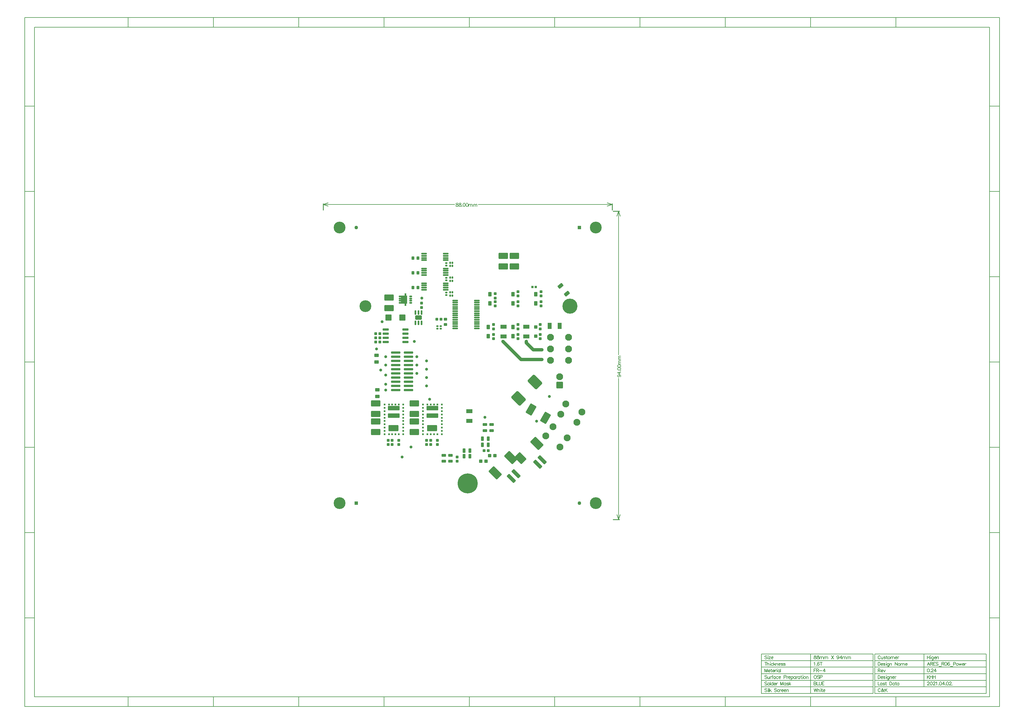
<source format=gts>
G04 Layer_Color=8388736*
%FSLAX44Y44*%
%MOMM*%
G71*
G01*
G75*
%ADD13C,1.0000*%
%ADD53C,0.2540*%
%ADD54C,0.1270*%
%ADD55C,0.1500*%
G04:AMPARAMS|DCode=81|XSize=0.45mm|YSize=1.7mm|CornerRadius=0.1375mm|HoleSize=0mm|Usage=FLASHONLY|Rotation=90.000|XOffset=0mm|YOffset=0mm|HoleType=Round|Shape=RoundedRectangle|*
%AMROUNDEDRECTD81*
21,1,0.4500,1.4250,0,0,90.0*
21,1,0.1750,1.7000,0,0,90.0*
1,1,0.2750,0.7125,0.0875*
1,1,0.2750,0.7125,-0.0875*
1,1,0.2750,-0.7125,-0.0875*
1,1,0.2750,-0.7125,0.0875*
%
%ADD81ROUNDEDRECTD81*%
G04:AMPARAMS|DCode=82|XSize=0.735mm|YSize=2.8mm|CornerRadius=0.2087mm|HoleSize=0mm|Usage=FLASHONLY|Rotation=270.000|XOffset=0mm|YOffset=0mm|HoleType=Round|Shape=RoundedRectangle|*
%AMROUNDEDRECTD82*
21,1,0.7350,2.3825,0,0,270.0*
21,1,0.3175,2.8000,0,0,270.0*
1,1,0.4175,-1.1912,-0.1588*
1,1,0.4175,-1.1912,0.1588*
1,1,0.4175,1.1912,0.1588*
1,1,0.4175,1.1912,-0.1588*
%
%ADD82ROUNDEDRECTD82*%
%ADD83C,0.9000*%
G04:AMPARAMS|DCode=84|XSize=0.9mm|YSize=0.8mm|CornerRadius=0.1375mm|HoleSize=0mm|Usage=FLASHONLY|Rotation=0.000|XOffset=0mm|YOffset=0mm|HoleType=Round|Shape=RoundedRectangle|*
%AMROUNDEDRECTD84*
21,1,0.9000,0.5250,0,0,0.0*
21,1,0.6250,0.8000,0,0,0.0*
1,1,0.2750,0.3125,-0.2625*
1,1,0.2750,-0.3125,-0.2625*
1,1,0.2750,-0.3125,0.2625*
1,1,0.2750,0.3125,0.2625*
%
%ADD84ROUNDEDRECTD84*%
G04:AMPARAMS|DCode=85|XSize=0.52mm|YSize=0.8mm|CornerRadius=0.092mm|HoleSize=0mm|Usage=FLASHONLY|Rotation=90.000|XOffset=0mm|YOffset=0mm|HoleType=Round|Shape=RoundedRectangle|*
%AMROUNDEDRECTD85*
21,1,0.5200,0.6160,0,0,90.0*
21,1,0.3360,0.8000,0,0,90.0*
1,1,0.1840,0.3080,0.1680*
1,1,0.1840,0.3080,-0.1680*
1,1,0.1840,-0.3080,-0.1680*
1,1,0.1840,-0.3080,0.1680*
%
%ADD85ROUNDEDRECTD85*%
G04:AMPARAMS|DCode=86|XSize=0.5mm|YSize=0.8mm|CornerRadius=0.09mm|HoleSize=0mm|Usage=FLASHONLY|Rotation=90.000|XOffset=0mm|YOffset=0mm|HoleType=Round|Shape=RoundedRectangle|*
%AMROUNDEDRECTD86*
21,1,0.5000,0.6200,0,0,90.0*
21,1,0.3200,0.8000,0,0,90.0*
1,1,0.1800,0.3100,0.1600*
1,1,0.1800,0.3100,-0.1600*
1,1,0.1800,-0.3100,-0.1600*
1,1,0.1800,-0.3100,0.1600*
%
%ADD86ROUNDEDRECTD86*%
G04:AMPARAMS|DCode=87|XSize=1mm|YSize=1.1mm|CornerRadius=0.1625mm|HoleSize=0mm|Usage=FLASHONLY|Rotation=180.000|XOffset=0mm|YOffset=0mm|HoleType=Round|Shape=RoundedRectangle|*
%AMROUNDEDRECTD87*
21,1,1.0000,0.7750,0,0,180.0*
21,1,0.6750,1.1000,0,0,180.0*
1,1,0.3250,-0.3375,0.3875*
1,1,0.3250,0.3375,0.3875*
1,1,0.3250,0.3375,-0.3875*
1,1,0.3250,-0.3375,-0.3875*
%
%ADD87ROUNDEDRECTD87*%
G04:AMPARAMS|DCode=88|XSize=2mm|YSize=1.3mm|CornerRadius=0.17mm|HoleSize=0mm|Usage=FLASHONLY|Rotation=0.000|XOffset=0mm|YOffset=0mm|HoleType=Round|Shape=RoundedRectangle|*
%AMROUNDEDRECTD88*
21,1,2.0000,0.9600,0,0,0.0*
21,1,1.6600,1.3000,0,0,0.0*
1,1,0.3400,0.8300,-0.4800*
1,1,0.3400,-0.8300,-0.4800*
1,1,0.3400,-0.8300,0.4800*
1,1,0.3400,0.8300,0.4800*
%
%ADD88ROUNDEDRECTD88*%
G04:AMPARAMS|DCode=89|XSize=0.5mm|YSize=1.3mm|CornerRadius=0.09mm|HoleSize=0mm|Usage=FLASHONLY|Rotation=0.000|XOffset=0mm|YOffset=0mm|HoleType=Round|Shape=RoundedRectangle|*
%AMROUNDEDRECTD89*
21,1,0.5000,1.1200,0,0,0.0*
21,1,0.3200,1.3000,0,0,0.0*
1,1,0.1800,0.1600,-0.5600*
1,1,0.1800,-0.1600,-0.5600*
1,1,0.1800,-0.1600,0.5600*
1,1,0.1800,0.1600,0.5600*
%
%ADD89ROUNDEDRECTD89*%
G04:AMPARAMS|DCode=90|XSize=1.1mm|YSize=1.1mm|CornerRadius=0.175mm|HoleSize=0mm|Usage=FLASHONLY|Rotation=90.000|XOffset=0mm|YOffset=0mm|HoleType=Round|Shape=RoundedRectangle|*
%AMROUNDEDRECTD90*
21,1,1.1000,0.7500,0,0,90.0*
21,1,0.7500,1.1000,0,0,90.0*
1,1,0.3500,0.3750,0.3750*
1,1,0.3500,0.3750,-0.3750*
1,1,0.3500,-0.3750,-0.3750*
1,1,0.3500,-0.3750,0.3750*
%
%ADD90ROUNDEDRECTD90*%
G04:AMPARAMS|DCode=91|XSize=0.7mm|YSize=0.75mm|CornerRadius=0.125mm|HoleSize=0mm|Usage=FLASHONLY|Rotation=0.000|XOffset=0mm|YOffset=0mm|HoleType=Round|Shape=RoundedRectangle|*
%AMROUNDEDRECTD91*
21,1,0.7000,0.5000,0,0,0.0*
21,1,0.4500,0.7500,0,0,0.0*
1,1,0.2500,0.2250,-0.2500*
1,1,0.2500,-0.2250,-0.2500*
1,1,0.2500,-0.2250,0.2500*
1,1,0.2500,0.2250,0.2500*
%
%ADD91ROUNDEDRECTD91*%
G04:AMPARAMS|DCode=92|XSize=1.9mm|YSize=1.25mm|CornerRadius=0.1938mm|HoleSize=0mm|Usage=FLASHONLY|Rotation=180.000|XOffset=0mm|YOffset=0mm|HoleType=Round|Shape=RoundedRectangle|*
%AMROUNDEDRECTD92*
21,1,1.9000,0.8625,0,0,180.0*
21,1,1.5125,1.2500,0,0,180.0*
1,1,0.3875,-0.7562,0.4313*
1,1,0.3875,0.7562,0.4313*
1,1,0.3875,0.7562,-0.4313*
1,1,0.3875,-0.7562,-0.4313*
%
%ADD92ROUNDEDRECTD92*%
G04:AMPARAMS|DCode=93|XSize=1.9mm|YSize=2.9mm|CornerRadius=0.275mm|HoleSize=0mm|Usage=FLASHONLY|Rotation=90.000|XOffset=0mm|YOffset=0mm|HoleType=Round|Shape=RoundedRectangle|*
%AMROUNDEDRECTD93*
21,1,1.9000,2.3500,0,0,90.0*
21,1,1.3500,2.9000,0,0,90.0*
1,1,0.5500,1.1750,0.6750*
1,1,0.5500,1.1750,-0.6750*
1,1,0.5500,-1.1750,-0.6750*
1,1,0.5500,-1.1750,0.6750*
%
%ADD93ROUNDEDRECTD93*%
G04:AMPARAMS|DCode=94|XSize=2.894mm|YSize=3.91mm|CornerRadius=0.3992mm|HoleSize=0mm|Usage=FLASHONLY|Rotation=45.000|XOffset=0mm|YOffset=0mm|HoleType=Round|Shape=RoundedRectangle|*
%AMROUNDEDRECTD94*
21,1,2.8940,3.1115,0,0,45.0*
21,1,2.0955,3.9100,0,0,45.0*
1,1,0.7985,1.8409,-0.3592*
1,1,0.7985,0.3592,-1.8409*
1,1,0.7985,-1.8409,0.3592*
1,1,0.7985,-0.3592,1.8409*
%
%ADD94ROUNDEDRECTD94*%
G04:AMPARAMS|DCode=95|XSize=2.1mm|YSize=3.25mm|CornerRadius=0.25mm|HoleSize=0mm|Usage=FLASHONLY|Rotation=150.000|XOffset=0mm|YOffset=0mm|HoleType=Round|Shape=RoundedRectangle|*
%AMROUNDEDRECTD95*
21,1,2.1000,2.7500,0,0,150.0*
21,1,1.6000,3.2500,0,0,150.0*
1,1,0.5000,-0.0053,1.5908*
1,1,0.5000,1.3803,0.7908*
1,1,0.5000,0.0053,-1.5908*
1,1,0.5000,-1.3803,-0.7908*
%
%ADD95ROUNDEDRECTD95*%
G04:AMPARAMS|DCode=96|XSize=1.1mm|YSize=1.4mm|CornerRadius=0.175mm|HoleSize=0mm|Usage=FLASHONLY|Rotation=90.000|XOffset=0mm|YOffset=0mm|HoleType=Round|Shape=RoundedRectangle|*
%AMROUNDEDRECTD96*
21,1,1.1000,1.0500,0,0,90.0*
21,1,0.7500,1.4000,0,0,90.0*
1,1,0.3500,0.5250,0.3750*
1,1,0.3500,0.5250,-0.3750*
1,1,0.3500,-0.5250,-0.3750*
1,1,0.3500,-0.5250,0.3750*
%
%ADD96ROUNDEDRECTD96*%
G04:AMPARAMS|DCode=97|XSize=1.1mm|YSize=3mm|CornerRadius=0.15mm|HoleSize=0mm|Usage=FLASHONLY|Rotation=225.000|XOffset=0mm|YOffset=0mm|HoleType=Round|Shape=RoundedRectangle|*
%AMROUNDEDRECTD97*
21,1,1.1000,2.7000,0,0,225.0*
21,1,0.8000,3.0000,0,0,225.0*
1,1,0.3000,-1.2374,0.6717*
1,1,0.3000,-0.6717,1.2374*
1,1,0.3000,1.2374,-0.6717*
1,1,0.3000,0.6717,-1.2374*
%
%ADD97ROUNDEDRECTD97*%
G04:AMPARAMS|DCode=98|XSize=2.3mm|YSize=3.7mm|CornerRadius=0.27mm|HoleSize=0mm|Usage=FLASHONLY|Rotation=225.000|XOffset=0mm|YOffset=0mm|HoleType=Round|Shape=RoundedRectangle|*
%AMROUNDEDRECTD98*
21,1,2.3000,3.1600,0,0,225.0*
21,1,1.7600,3.7000,0,0,225.0*
1,1,0.5400,-1.7395,0.4950*
1,1,0.5400,-0.4950,1.7395*
1,1,0.5400,1.7395,-0.4950*
1,1,0.5400,0.4950,-1.7395*
%
%ADD98ROUNDEDRECTD98*%
G04:AMPARAMS|DCode=99|XSize=0.55mm|YSize=0.6mm|CornerRadius=0.1062mm|HoleSize=0mm|Usage=FLASHONLY|Rotation=90.000|XOffset=0mm|YOffset=0mm|HoleType=Round|Shape=RoundedRectangle|*
%AMROUNDEDRECTD99*
21,1,0.5500,0.3875,0,0,90.0*
21,1,0.3375,0.6000,0,0,90.0*
1,1,0.2125,0.1938,0.1688*
1,1,0.2125,0.1938,-0.1688*
1,1,0.2125,-0.1938,-0.1688*
1,1,0.2125,-0.1938,0.1688*
%
%ADD99ROUNDEDRECTD99*%
G04:AMPARAMS|DCode=100|XSize=0.55mm|YSize=0.6mm|CornerRadius=0.1062mm|HoleSize=0mm|Usage=FLASHONLY|Rotation=0.000|XOffset=0mm|YOffset=0mm|HoleType=Round|Shape=RoundedRectangle|*
%AMROUNDEDRECTD100*
21,1,0.5500,0.3875,0,0,0.0*
21,1,0.3375,0.6000,0,0,0.0*
1,1,0.2125,0.1688,-0.1938*
1,1,0.2125,-0.1688,-0.1938*
1,1,0.2125,-0.1688,0.1938*
1,1,0.2125,0.1688,0.1938*
%
%ADD100ROUNDEDRECTD100*%
%ADD101C,1.1000*%
G04:AMPARAMS|DCode=102|XSize=1.1mm|YSize=1.1mm|CornerRadius=0.1mm|HoleSize=0mm|Usage=FLASHONLY|Rotation=180.000|XOffset=0mm|YOffset=0mm|HoleType=Round|Shape=RoundedRectangle|*
%AMROUNDEDRECTD102*
21,1,1.1000,0.9000,0,0,180.0*
21,1,0.9000,1.1000,0,0,180.0*
1,1,0.2000,-0.4500,0.4500*
1,1,0.2000,0.4500,0.4500*
1,1,0.2000,0.4500,-0.4500*
1,1,0.2000,-0.4500,-0.4500*
%
%ADD102ROUNDEDRECTD102*%
G04:AMPARAMS|DCode=103|XSize=1.7mm|YSize=1.1mm|CornerRadius=0.175mm|HoleSize=0mm|Usage=FLASHONLY|Rotation=220.000|XOffset=0mm|YOffset=0mm|HoleType=Round|Shape=RoundedRectangle|*
%AMROUNDEDRECTD103*
21,1,1.7000,0.7500,0,0,220.0*
21,1,1.3500,1.1000,0,0,220.0*
1,1,0.3500,-0.7581,-0.1466*
1,1,0.3500,0.2760,0.7211*
1,1,0.3500,0.7581,0.1466*
1,1,0.3500,-0.2760,-0.7211*
%
%ADD103ROUNDEDRECTD103*%
G04:AMPARAMS|DCode=104|XSize=1.3mm|YSize=1.1mm|CornerRadius=0.175mm|HoleSize=0mm|Usage=FLASHONLY|Rotation=90.000|XOffset=0mm|YOffset=0mm|HoleType=Round|Shape=RoundedRectangle|*
%AMROUNDEDRECTD104*
21,1,1.3000,0.7500,0,0,90.0*
21,1,0.9500,1.1000,0,0,90.0*
1,1,0.3500,0.3750,0.4750*
1,1,0.3500,0.3750,-0.4750*
1,1,0.3500,-0.3750,-0.4750*
1,1,0.3500,-0.3750,0.4750*
%
%ADD104ROUNDEDRECTD104*%
G04:AMPARAMS|DCode=105|XSize=1.9mm|YSize=1.25mm|CornerRadius=0.1938mm|HoleSize=0mm|Usage=FLASHONLY|Rotation=270.000|XOffset=0mm|YOffset=0mm|HoleType=Round|Shape=RoundedRectangle|*
%AMROUNDEDRECTD105*
21,1,1.9000,0.8625,0,0,270.0*
21,1,1.5125,1.2500,0,0,270.0*
1,1,0.3875,-0.4313,-0.7562*
1,1,0.3875,-0.4313,0.7562*
1,1,0.3875,0.4313,0.7562*
1,1,0.3875,0.4313,-0.7562*
%
%ADD105ROUNDEDRECTD105*%
G04:AMPARAMS|DCode=106|XSize=0.9mm|YSize=0.8mm|CornerRadius=0.1375mm|HoleSize=0mm|Usage=FLASHONLY|Rotation=270.000|XOffset=0mm|YOffset=0mm|HoleType=Round|Shape=RoundedRectangle|*
%AMROUNDEDRECTD106*
21,1,0.9000,0.5250,0,0,270.0*
21,1,0.6250,0.8000,0,0,270.0*
1,1,0.2750,-0.2625,-0.3125*
1,1,0.2750,-0.2625,0.3125*
1,1,0.2750,0.2625,0.3125*
1,1,0.2750,0.2625,-0.3125*
%
%ADD106ROUNDEDRECTD106*%
G04:AMPARAMS|DCode=107|XSize=2.3mm|YSize=3.1mm|CornerRadius=0.27mm|HoleSize=0mm|Usage=FLASHONLY|Rotation=225.000|XOffset=0mm|YOffset=0mm|HoleType=Round|Shape=RoundedRectangle|*
%AMROUNDEDRECTD107*
21,1,2.3000,2.5600,0,0,225.0*
21,1,1.7600,3.1000,0,0,225.0*
1,1,0.5400,-1.5273,0.2828*
1,1,0.5400,-0.2828,1.5273*
1,1,0.5400,1.5273,-0.2828*
1,1,0.5400,0.2828,-1.5273*
%
%ADD107ROUNDEDRECTD107*%
G04:AMPARAMS|DCode=108|XSize=0.9mm|YSize=1mm|CornerRadius=0.15mm|HoleSize=0mm|Usage=FLASHONLY|Rotation=180.000|XOffset=0mm|YOffset=0mm|HoleType=Round|Shape=RoundedRectangle|*
%AMROUNDEDRECTD108*
21,1,0.9000,0.7000,0,0,180.0*
21,1,0.6000,1.0000,0,0,180.0*
1,1,0.3000,-0.3000,0.3500*
1,1,0.3000,0.3000,0.3500*
1,1,0.3000,0.3000,-0.3500*
1,1,0.3000,-0.3000,-0.3500*
%
%ADD108ROUNDEDRECTD108*%
G04:AMPARAMS|DCode=109|XSize=0.55mm|YSize=0.55mm|CornerRadius=0.095mm|HoleSize=0mm|Usage=FLASHONLY|Rotation=90.000|XOffset=0mm|YOffset=0mm|HoleType=Round|Shape=RoundedRectangle|*
%AMROUNDEDRECTD109*
21,1,0.5500,0.3600,0,0,90.0*
21,1,0.3600,0.5500,0,0,90.0*
1,1,0.1900,0.1800,0.1800*
1,1,0.1900,0.1800,-0.1800*
1,1,0.1900,-0.1800,-0.1800*
1,1,0.1900,-0.1800,0.1800*
%
%ADD109ROUNDEDRECTD109*%
G04:AMPARAMS|DCode=110|XSize=3.05mm|YSize=1.85mm|CornerRadius=0.225mm|HoleSize=0mm|Usage=FLASHONLY|Rotation=0.000|XOffset=0mm|YOffset=0mm|HoleType=Round|Shape=RoundedRectangle|*
%AMROUNDEDRECTD110*
21,1,3.0500,1.4000,0,0,0.0*
21,1,2.6000,1.8500,0,0,0.0*
1,1,0.4500,1.3000,-0.7000*
1,1,0.4500,-1.3000,-0.7000*
1,1,0.4500,-1.3000,0.7000*
1,1,0.4500,1.3000,0.7000*
%
%ADD110ROUNDEDRECTD110*%
G04:AMPARAMS|DCode=111|XSize=3.55mm|YSize=1.4mm|CornerRadius=0.18mm|HoleSize=0mm|Usage=FLASHONLY|Rotation=0.000|XOffset=0mm|YOffset=0mm|HoleType=Round|Shape=RoundedRectangle|*
%AMROUNDEDRECTD111*
21,1,3.5500,1.0400,0,0,0.0*
21,1,3.1900,1.4000,0,0,0.0*
1,1,0.3600,1.5950,-0.5200*
1,1,0.3600,-1.5950,-0.5200*
1,1,0.3600,-1.5950,0.5200*
1,1,0.3600,1.5950,0.5200*
%
%ADD111ROUNDEDRECTD111*%
G04:AMPARAMS|DCode=112|XSize=0.9mm|YSize=1.3mm|CornerRadius=0.15mm|HoleSize=0mm|Usage=FLASHONLY|Rotation=180.000|XOffset=0mm|YOffset=0mm|HoleType=Round|Shape=RoundedRectangle|*
%AMROUNDEDRECTD112*
21,1,0.9000,1.0000,0,0,180.0*
21,1,0.6000,1.3000,0,0,180.0*
1,1,0.3000,-0.3000,0.5000*
1,1,0.3000,0.3000,0.5000*
1,1,0.3000,0.3000,-0.5000*
1,1,0.3000,-0.3000,-0.5000*
%
%ADD112ROUNDEDRECTD112*%
G04:AMPARAMS|DCode=113|XSize=0.9mm|YSize=1.3mm|CornerRadius=0.15mm|HoleSize=0mm|Usage=FLASHONLY|Rotation=90.000|XOffset=0mm|YOffset=0mm|HoleType=Round|Shape=RoundedRectangle|*
%AMROUNDEDRECTD113*
21,1,0.9000,1.0000,0,0,90.0*
21,1,0.6000,1.3000,0,0,90.0*
1,1,0.3000,0.5000,0.3000*
1,1,0.3000,0.5000,-0.3000*
1,1,0.3000,-0.5000,-0.3000*
1,1,0.3000,-0.5000,0.3000*
%
%ADD113ROUNDEDRECTD113*%
G04:AMPARAMS|DCode=114|XSize=1.9mm|YSize=1.9mm|CornerRadius=0.275mm|HoleSize=0mm|Usage=FLASHONLY|Rotation=180.000|XOffset=0mm|YOffset=0mm|HoleType=Round|Shape=RoundedRectangle|*
%AMROUNDEDRECTD114*
21,1,1.9000,1.3500,0,0,180.0*
21,1,1.3500,1.9000,0,0,180.0*
1,1,0.5500,-0.6750,0.6750*
1,1,0.5500,0.6750,0.6750*
1,1,0.5500,0.6750,-0.6750*
1,1,0.5500,-0.6750,-0.6750*
%
%ADD114ROUNDEDRECTD114*%
G04:AMPARAMS|DCode=115|XSize=0.735mm|YSize=1.878mm|CornerRadius=0.2087mm|HoleSize=0mm|Usage=FLASHONLY|Rotation=90.000|XOffset=0mm|YOffset=0mm|HoleType=Round|Shape=RoundedRectangle|*
%AMROUNDEDRECTD115*
21,1,0.7350,1.4605,0,0,90.0*
21,1,0.3175,1.8780,0,0,90.0*
1,1,0.4175,0.7302,0.1588*
1,1,0.4175,0.7302,-0.1588*
1,1,0.4175,-0.7302,-0.1588*
1,1,0.4175,-0.7302,0.1588*
%
%ADD115ROUNDEDRECTD115*%
G04:AMPARAMS|DCode=116|XSize=0.9mm|YSize=1mm|CornerRadius=0.15mm|HoleSize=0mm|Usage=FLASHONLY|Rotation=90.000|XOffset=0mm|YOffset=0mm|HoleType=Round|Shape=RoundedRectangle|*
%AMROUNDEDRECTD116*
21,1,0.9000,0.7000,0,0,90.0*
21,1,0.6000,1.0000,0,0,90.0*
1,1,0.3000,0.3500,0.3000*
1,1,0.3000,0.3500,-0.3000*
1,1,0.3000,-0.3500,-0.3000*
1,1,0.3000,-0.3500,0.3000*
%
%ADD116ROUNDEDRECTD116*%
%ADD117C,6.1000*%
G04:AMPARAMS|DCode=118|XSize=2.1mm|YSize=2.1mm|CornerRadius=0.35mm|HoleSize=0mm|Usage=FLASHONLY|Rotation=90.000|XOffset=0mm|YOffset=0mm|HoleType=Round|Shape=RoundedRectangle|*
%AMROUNDEDRECTD118*
21,1,2.1000,1.4000,0,0,90.0*
21,1,1.4000,2.1000,0,0,90.0*
1,1,0.7000,0.7000,0.7000*
1,1,0.7000,0.7000,-0.7000*
1,1,0.7000,-0.7000,-0.7000*
1,1,0.7000,-0.7000,0.7000*
%
%ADD118ROUNDEDRECTD118*%
%ADD119C,2.1000*%
%ADD120C,3.6000*%
%ADD121C,4.6000*%
G36*
X-187902Y218993D02*
X-187808Y218964D01*
X-187721Y218918D01*
X-187645Y218855D01*
X-187582Y218779D01*
X-187536Y218692D01*
X-187507Y218598D01*
X-187498Y218500D01*
X-187498Y212252D01*
X-185500D01*
X-185402Y212243D01*
X-185308Y212214D01*
X-185221Y212168D01*
X-185145Y212105D01*
X-185082Y212029D01*
X-185036Y211942D01*
X-185007Y211848D01*
X-184998Y211750D01*
Y188250D01*
X-185007Y188152D01*
X-185036Y188058D01*
X-185082Y187971D01*
X-185145Y187895D01*
X-185221Y187832D01*
X-185308Y187786D01*
X-185402Y187757D01*
X-185500Y187748D01*
X-187498Y187748D01*
X-187498Y181500D01*
X-187507Y181402D01*
X-187536Y181308D01*
X-187582Y181221D01*
X-187645Y181145D01*
X-187721Y181082D01*
X-187808Y181036D01*
X-187902Y181007D01*
X-188000Y180998D01*
X-192000Y180998D01*
X-192098Y181007D01*
X-192192Y181036D01*
X-192279Y181082D01*
X-192355Y181145D01*
X-192418Y181221D01*
X-192464Y181308D01*
X-192493Y181402D01*
X-192502Y181500D01*
X-192502Y187748D01*
X-202500Y187748D01*
X-202598Y187757D01*
X-202692Y187786D01*
X-202779Y187832D01*
X-202855Y187895D01*
X-202918Y187971D01*
X-202964Y188058D01*
X-202993Y188152D01*
X-203002Y188250D01*
X-203002Y211750D01*
X-202993Y211848D01*
X-202964Y211942D01*
X-202918Y212029D01*
X-202855Y212105D01*
X-202779Y212168D01*
X-202692Y212214D01*
X-202598Y212243D01*
X-202500Y212252D01*
X-192502Y212252D01*
X-192502Y218500D01*
X-192493Y218598D01*
X-192464Y218692D01*
X-192418Y218779D01*
X-192355Y218855D01*
X-192279Y218918D01*
X-192192Y218964D01*
X-192098Y218993D01*
X-192000Y219002D01*
X-188000Y219002D01*
X-187902Y218993D01*
D02*
G37*
D13*
X178750Y68750D02*
Y72500D01*
Y68750D02*
X200000Y47500D01*
X226250D01*
X107500Y72500D02*
X162500Y17500D01*
X226250D01*
D53*
X443040Y-470000D02*
X462540D01*
X443040Y470000D02*
X462540D01*
X440000Y473040D02*
Y492540D01*
X-440000Y473040D02*
Y492540D01*
D54*
X460000Y-470000D02*
Y-39545D01*
Y31925D02*
Y470000D01*
Y-470000D02*
X465080Y-454760D01*
X454920D02*
X460000Y-470000D01*
X454920Y454760D02*
X460000Y470000D01*
X465080Y454760D01*
X31925Y490000D02*
X440000D01*
X-440000D02*
X-39545D01*
X424760Y495080D02*
X440000Y490000D01*
X424760Y484920D02*
X440000Y490000D01*
X-440000D02*
X-424760Y484920D01*
X-440000Y490000D02*
X-424760Y495080D01*
X459577Y-29446D02*
X461028Y-29930D01*
X461996Y-30898D01*
X462479Y-32349D01*
Y-32832D01*
X461996Y-34283D01*
X461028Y-35251D01*
X459577Y-35735D01*
X459093D01*
X457642Y-35251D01*
X456675Y-34283D01*
X456191Y-32832D01*
Y-32349D01*
X456675Y-30898D01*
X457642Y-29930D01*
X459577Y-29446D01*
X461996D01*
X464414Y-29930D01*
X465865Y-30898D01*
X466349Y-32349D01*
Y-33316D01*
X465865Y-34767D01*
X464898Y-35251D01*
X456191Y-21852D02*
X462963Y-26689D01*
Y-19434D01*
X456191Y-21852D02*
X466349D01*
X465382Y-17160D02*
X465865Y-17644D01*
X466349Y-17160D01*
X465865Y-16677D01*
X465382Y-17160D01*
X456191Y-11549D02*
X456675Y-13000D01*
X458126Y-13968D01*
X460544Y-14452D01*
X461996D01*
X464414Y-13968D01*
X465865Y-13000D01*
X466349Y-11549D01*
Y-10582D01*
X465865Y-9131D01*
X464414Y-8163D01*
X461996Y-7680D01*
X460544D01*
X458126Y-8163D01*
X456675Y-9131D01*
X456191Y-10582D01*
Y-11549D01*
Y-2504D02*
X456675Y-3955D01*
X458126Y-4922D01*
X460544Y-5406D01*
X461996D01*
X464414Y-4922D01*
X465865Y-3955D01*
X466349Y-2504D01*
Y-1537D01*
X465865Y-86D01*
X464414Y882D01*
X461996Y1366D01*
X460544D01*
X458126Y882D01*
X456675Y-86D01*
X456191Y-1537D01*
Y-2504D01*
X459577Y3639D02*
X466349D01*
X461512D02*
X460061Y5090D01*
X459577Y6058D01*
Y7509D01*
X460061Y8476D01*
X461512Y8960D01*
X466349D01*
X461512D02*
X460061Y10411D01*
X459577Y11378D01*
Y12830D01*
X460061Y13797D01*
X461512Y14281D01*
X466349D01*
X459577Y17473D02*
X466349D01*
X461512D02*
X460061Y18924D01*
X459577Y19892D01*
Y21343D01*
X460061Y22310D01*
X461512Y22794D01*
X466349D01*
X461512D02*
X460061Y24245D01*
X459577Y25212D01*
Y26663D01*
X460061Y27631D01*
X461512Y28115D01*
X466349D01*
X-33316Y493809D02*
X-34767Y493325D01*
X-35251Y492358D01*
Y491390D01*
X-34767Y490423D01*
X-33800Y489939D01*
X-31865Y489456D01*
X-30414Y488972D01*
X-29446Y488004D01*
X-28963Y487037D01*
Y485586D01*
X-29446Y484618D01*
X-29930Y484135D01*
X-31381Y483651D01*
X-33316D01*
X-34767Y484135D01*
X-35251Y484618D01*
X-35735Y485586D01*
Y487037D01*
X-35251Y488004D01*
X-34283Y488972D01*
X-32832Y489456D01*
X-30898Y489939D01*
X-29930Y490423D01*
X-29446Y491390D01*
Y492358D01*
X-29930Y493325D01*
X-31381Y493809D01*
X-33316D01*
X-24271D02*
X-25722Y493325D01*
X-26206Y492358D01*
Y491390D01*
X-25722Y490423D01*
X-24755Y489939D01*
X-22820Y489456D01*
X-21369Y488972D01*
X-20401Y488004D01*
X-19917Y487037D01*
Y485586D01*
X-20401Y484618D01*
X-20885Y484135D01*
X-22336Y483651D01*
X-24271D01*
X-25722Y484135D01*
X-26206Y484618D01*
X-26689Y485586D01*
Y487037D01*
X-26206Y488004D01*
X-25238Y488972D01*
X-23787Y489456D01*
X-21852Y489939D01*
X-20885Y490423D01*
X-20401Y491390D01*
Y492358D01*
X-20885Y493325D01*
X-22336Y493809D01*
X-24271D01*
X-17160Y484618D02*
X-17644Y484135D01*
X-17160Y483651D01*
X-16677Y484135D01*
X-17160Y484618D01*
X-11549Y493809D02*
X-13000Y493325D01*
X-13968Y491874D01*
X-14452Y489456D01*
Y488004D01*
X-13968Y485586D01*
X-13000Y484135D01*
X-11549Y483651D01*
X-10582D01*
X-9131Y484135D01*
X-8163Y485586D01*
X-7680Y488004D01*
Y489456D01*
X-8163Y491874D01*
X-9131Y493325D01*
X-10582Y493809D01*
X-11549D01*
X-2504D02*
X-3955Y493325D01*
X-4922Y491874D01*
X-5406Y489456D01*
Y488004D01*
X-4922Y485586D01*
X-3955Y484135D01*
X-2504Y483651D01*
X-1537D01*
X-86Y484135D01*
X882Y485586D01*
X1366Y488004D01*
Y489456D01*
X882Y491874D01*
X-86Y493325D01*
X-1537Y493809D01*
X-2504D01*
X3639Y490423D02*
Y483651D01*
Y488488D02*
X5090Y489939D01*
X6058Y490423D01*
X7509D01*
X8476Y489939D01*
X8960Y488488D01*
Y483651D01*
Y488488D02*
X10411Y489939D01*
X11378Y490423D01*
X12830D01*
X13797Y489939D01*
X14281Y488488D01*
Y483651D01*
X17473Y490423D02*
Y483651D01*
Y488488D02*
X18924Y489939D01*
X19892Y490423D01*
X21343D01*
X22310Y489939D01*
X22794Y488488D01*
Y483651D01*
Y488488D02*
X24245Y489939D01*
X25212Y490423D01*
X26663D01*
X27631Y489939D01*
X28115Y488488D01*
Y483651D01*
D55*
X-1320000Y-1010000D02*
Y1030000D01*
X1590000D01*
Y-1010000D02*
Y1030000D01*
X-1320000Y-1010000D02*
X1590000D01*
X-1350000Y-1040000D02*
X1620000D01*
X-1350000Y1060000D02*
X1620000D01*
X-1350000Y-1040000D02*
Y1060000D01*
Y530000D02*
X-1320000D01*
X-1350000Y530000D02*
X-1320000D01*
X-1350000Y790000D02*
X-1320000D01*
X-1350000D02*
X-1320000D01*
X5000Y-1040000D02*
Y-1010000D01*
X5000Y-1040000D02*
Y-1010000D01*
X-775000Y1030000D02*
Y1060000D01*
X-515000Y1030000D02*
Y1060000D01*
X-775000Y1030000D02*
Y1060000D01*
X-1035000Y1030000D02*
Y1060000D01*
X-1035000Y1030000D02*
Y1060000D01*
X5000Y1030000D02*
Y1060000D01*
X5000Y1030000D02*
Y1060000D01*
X-255000Y1030000D02*
Y1060000D01*
Y1030000D02*
Y1060000D01*
X-515000Y1030000D02*
Y1060000D01*
X1620000Y-1040000D02*
Y1060000D01*
X1590000Y790000D02*
X1620000D01*
X1590000D02*
X1620000D01*
X1590000Y530000D02*
X1620000D01*
X1590000Y530000D02*
X1620000D01*
X1590000Y270000D02*
X1620000D01*
X1590000D02*
X1620000D01*
X1590000Y10000D02*
X1620000D01*
X1590000D02*
X1620000D01*
X1590000Y-250000D02*
X1620000D01*
X1590000D02*
X1620000D01*
X1590000Y-510000D02*
X1620000D01*
X1590000Y-510000D02*
X1620000D01*
X1590000Y-770000D02*
X1620000D01*
X1590000D02*
X1620000D01*
X265000Y-1040000D02*
Y-1010000D01*
Y-1040000D02*
Y-1010000D01*
X525000Y-1040000D02*
Y-1010000D01*
Y-1040000D02*
Y-1010000D01*
X785000Y-1040000D02*
Y-1010000D01*
Y-1040000D02*
Y-1010000D01*
X1045000Y-1040000D02*
Y-1010000D01*
X1045000Y-1040000D02*
Y-1010000D01*
X1305000Y-1040000D02*
Y-1010000D01*
Y-1040000D02*
Y-1010000D01*
Y1030000D02*
Y1060000D01*
Y1030000D02*
Y1060000D01*
X1045000Y1030000D02*
Y1060000D01*
X1045000Y1030000D02*
Y1060000D01*
X785000Y1030000D02*
Y1060000D01*
Y1030000D02*
Y1060000D01*
X525000Y1030000D02*
Y1060000D01*
Y1030000D02*
Y1060000D01*
X265000Y1030000D02*
Y1060000D01*
Y1030000D02*
Y1060000D01*
X1240000Y-900000D02*
X1580000D01*
X1240000Y-920000D02*
X1580000D01*
X1240000Y-940000D02*
X1580000D01*
X1240000Y-960000D02*
X1580000D01*
X1240000Y-980000D02*
X1580000D01*
X1240000Y-1000000D02*
X1580000D01*
X1390000Y-980000D02*
Y-880000D01*
X1580000Y-1000000D02*
Y-880000D01*
X1240000D02*
X1580000D01*
X1240000Y-1000000D02*
Y-880000D01*
X-1350000Y-770000D02*
X-1320000D01*
X-1350000D02*
X-1320000D01*
X-1350000Y-510000D02*
X-1320000D01*
X-1350000Y-510000D02*
X-1320000D01*
X-1350000Y-250000D02*
X-1320000D01*
X-1350000D02*
X-1320000D01*
X-1350000Y10000D02*
X-1320000D01*
X-1350000D02*
X-1320000D01*
X-1350000Y270000D02*
X-1320000D01*
X-1350000D02*
X-1320000D01*
X-515000Y-1040000D02*
Y-1010000D01*
X-255000Y-1040000D02*
Y-1010000D01*
Y-1040000D02*
Y-1010000D01*
X-1035000Y-1040000D02*
Y-1010000D01*
X-1035000Y-1040000D02*
Y-1010000D01*
X-775000Y-1040000D02*
Y-1010000D01*
X-515000Y-1040000D02*
Y-1010000D01*
X-775000Y-1040000D02*
Y-1010000D01*
X895000Y-900000D02*
X1235000D01*
X895000Y-920000D02*
X1235000D01*
X895000Y-940000D02*
X1235000D01*
X895000Y-960000D02*
X1235000D01*
X895000Y-980000D02*
X1235000D01*
X895000Y-1000000D02*
X1235000D01*
X1045000D02*
Y-880000D01*
X1235000Y-1000000D02*
Y-880000D01*
X895000D02*
X1235000D01*
X895000Y-1000000D02*
Y-880000D01*
X1257141Y-987383D02*
X1256665Y-986430D01*
X1255713Y-985478D01*
X1254761Y-985002D01*
X1252857D01*
X1251904Y-985478D01*
X1250952Y-986430D01*
X1250476Y-987383D01*
X1250000Y-988811D01*
Y-991191D01*
X1250476Y-992619D01*
X1250952Y-993572D01*
X1251904Y-994524D01*
X1252857Y-995000D01*
X1254761D01*
X1255713Y-994524D01*
X1256665Y-993572D01*
X1257141Y-992619D01*
X1268520Y-988811D02*
X1268044Y-989287D01*
X1268520Y-989763D01*
X1268996Y-989287D01*
Y-988811D01*
X1268520Y-988335D01*
X1268044D01*
X1267568Y-988811D01*
X1267092Y-989763D01*
X1266139Y-992143D01*
X1265187Y-993572D01*
X1264235Y-994524D01*
X1263283Y-995000D01*
X1261855D01*
X1260426Y-994524D01*
X1259950Y-993572D01*
Y-992143D01*
X1260426Y-991191D01*
X1263283Y-989287D01*
X1264235Y-988335D01*
X1264711Y-987383D01*
Y-986430D01*
X1264235Y-985478D01*
X1263283Y-985002D01*
X1262331Y-985478D01*
X1261855Y-986430D01*
Y-987383D01*
X1262331Y-988811D01*
X1263283Y-990239D01*
X1265663Y-993572D01*
X1266616Y-994524D01*
X1268044Y-995000D01*
X1268520D01*
X1268996Y-994524D01*
Y-994048D01*
X1261855Y-995000D02*
X1260902Y-994524D01*
X1260426Y-993572D01*
Y-992143D01*
X1260902Y-991191D01*
X1261855Y-990239D01*
Y-987383D02*
X1262331Y-988335D01*
X1266139Y-993572D01*
X1267092Y-994524D01*
X1268044Y-995000D01*
X1271472Y-985002D02*
Y-995000D01*
X1278137Y-985002D02*
X1271472Y-991667D01*
X1273852Y-989287D02*
X1278137Y-995000D01*
X1400476Y-967383D02*
Y-966907D01*
X1400952Y-965954D01*
X1401428Y-965478D01*
X1402380Y-965002D01*
X1404285D01*
X1405237Y-965478D01*
X1405713Y-965954D01*
X1406189Y-966907D01*
Y-967859D01*
X1405713Y-968811D01*
X1404761Y-970239D01*
X1400000Y-975000D01*
X1406665D01*
X1411759Y-965002D02*
X1410331Y-965478D01*
X1409379Y-966907D01*
X1408903Y-969287D01*
Y-970715D01*
X1409379Y-973096D01*
X1410331Y-974524D01*
X1411759Y-975000D01*
X1412712D01*
X1414140Y-974524D01*
X1415092Y-973096D01*
X1415568Y-970715D01*
Y-969287D01*
X1415092Y-966907D01*
X1414140Y-965478D01*
X1412712Y-965002D01*
X1411759D01*
X1418282Y-967383D02*
Y-966907D01*
X1418758Y-965954D01*
X1419234Y-965478D01*
X1420186Y-965002D01*
X1422090D01*
X1423043Y-965478D01*
X1423519Y-965954D01*
X1423995Y-966907D01*
Y-967859D01*
X1423519Y-968811D01*
X1422567Y-970239D01*
X1417806Y-975000D01*
X1424471D01*
X1426709Y-966907D02*
X1427661Y-966430D01*
X1429089Y-965002D01*
Y-975000D01*
X1434516Y-974048D02*
X1434040Y-974524D01*
X1434516Y-975000D01*
X1434993Y-974524D01*
X1434516Y-974048D01*
X1440039Y-965002D02*
X1438611Y-965478D01*
X1437659Y-966907D01*
X1437182Y-969287D01*
Y-970715D01*
X1437659Y-973096D01*
X1438611Y-974524D01*
X1440039Y-975000D01*
X1440991D01*
X1442419Y-974524D01*
X1443372Y-973096D01*
X1443848Y-970715D01*
Y-969287D01*
X1443372Y-966907D01*
X1442419Y-965478D01*
X1440991Y-965002D01*
X1440039D01*
X1450846D02*
X1446085Y-971667D01*
X1453227D01*
X1450846Y-965002D02*
Y-975000D01*
X1455464Y-974048D02*
X1454988Y-974524D01*
X1455464Y-975000D01*
X1455940Y-974524D01*
X1455464Y-974048D01*
X1460987Y-965002D02*
X1459559Y-965478D01*
X1458607Y-966907D01*
X1458130Y-969287D01*
Y-970715D01*
X1458607Y-973096D01*
X1459559Y-974524D01*
X1460987Y-975000D01*
X1461939D01*
X1463367Y-974524D01*
X1464319Y-973096D01*
X1464796Y-970715D01*
Y-969287D01*
X1464319Y-966907D01*
X1463367Y-965478D01*
X1461939Y-965002D01*
X1460987D01*
X1467509Y-967383D02*
Y-966907D01*
X1467985Y-965954D01*
X1468461Y-965478D01*
X1469414Y-965002D01*
X1471318D01*
X1472270Y-965478D01*
X1472746Y-965954D01*
X1473222Y-966907D01*
Y-967859D01*
X1472746Y-968811D01*
X1471794Y-970239D01*
X1467033Y-975000D01*
X1473698D01*
X1476412Y-974048D02*
X1475936Y-974524D01*
X1476412Y-975000D01*
X1476888Y-974524D01*
X1476412Y-974048D01*
X1400000Y-945002D02*
Y-955000D01*
X1406665Y-945002D02*
X1400000Y-951667D01*
X1402380Y-949287D02*
X1406665Y-955000D01*
X1408903Y-945002D02*
Y-955000D01*
X1415568Y-945002D02*
Y-955000D01*
X1408903Y-949763D02*
X1415568D01*
X1418329Y-945002D02*
Y-955000D01*
X1424995Y-945002D02*
Y-955000D01*
X1418329Y-949763D02*
X1424995D01*
X1402856Y-925002D02*
X1401428Y-925478D01*
X1400476Y-926907D01*
X1400000Y-929287D01*
Y-930715D01*
X1400476Y-933096D01*
X1401428Y-934524D01*
X1402856Y-935000D01*
X1403809D01*
X1405237Y-934524D01*
X1406189Y-933096D01*
X1406665Y-930715D01*
Y-929287D01*
X1406189Y-926907D01*
X1405237Y-925478D01*
X1403809Y-925002D01*
X1402856D01*
X1409379Y-934048D02*
X1408903Y-934524D01*
X1409379Y-935000D01*
X1409855Y-934524D01*
X1409379Y-934048D01*
X1412521Y-927383D02*
Y-926907D01*
X1412997Y-925954D01*
X1413473Y-925478D01*
X1414426Y-925002D01*
X1416330D01*
X1417282Y-925478D01*
X1417758Y-925954D01*
X1418234Y-926907D01*
Y-927859D01*
X1417758Y-928811D01*
X1416806Y-930239D01*
X1412045Y-935000D01*
X1418710D01*
X1425709Y-925002D02*
X1420948Y-931667D01*
X1428089D01*
X1425709Y-925002D02*
Y-935000D01*
X1407617Y-915000D02*
X1403809Y-905002D01*
X1400000Y-915000D01*
X1401428Y-911667D02*
X1406189D01*
X1409950Y-905002D02*
Y-915000D01*
Y-905002D02*
X1414235D01*
X1415663Y-905478D01*
X1416139Y-905954D01*
X1416615Y-906907D01*
Y-907859D01*
X1416139Y-908811D01*
X1415663Y-909287D01*
X1414235Y-909763D01*
X1409950D01*
X1413283D02*
X1416615Y-915000D01*
X1425042Y-905002D02*
X1418853D01*
Y-915000D01*
X1425042D01*
X1418853Y-909763D02*
X1422662D01*
X1433374Y-906430D02*
X1432422Y-905478D01*
X1430993Y-905002D01*
X1429089D01*
X1427661Y-905478D01*
X1426709Y-906430D01*
Y-907383D01*
X1427185Y-908335D01*
X1427661Y-908811D01*
X1428613Y-909287D01*
X1431470Y-910239D01*
X1432422Y-910715D01*
X1432898Y-911191D01*
X1433374Y-912143D01*
Y-913572D01*
X1432422Y-914524D01*
X1430993Y-915000D01*
X1429089D01*
X1427661Y-914524D01*
X1426709Y-913572D01*
X1435611Y-918333D02*
X1443229D01*
X1444514Y-905002D02*
Y-915000D01*
Y-905002D02*
X1448799D01*
X1450227Y-905478D01*
X1450703Y-905954D01*
X1451180Y-906907D01*
Y-907859D01*
X1450703Y-908811D01*
X1450227Y-909287D01*
X1448799Y-909763D01*
X1444514D01*
X1447847D02*
X1451180Y-915000D01*
X1456274Y-905002D02*
X1454845Y-905478D01*
X1453893Y-906907D01*
X1453417Y-909287D01*
Y-910715D01*
X1453893Y-913096D01*
X1454845Y-914524D01*
X1456274Y-915000D01*
X1457226D01*
X1458654Y-914524D01*
X1459606Y-913096D01*
X1460082Y-910715D01*
Y-909287D01*
X1459606Y-906907D01*
X1458654Y-905478D01*
X1457226Y-905002D01*
X1456274D01*
X1468033Y-906430D02*
X1467557Y-905478D01*
X1466129Y-905002D01*
X1465177D01*
X1463748Y-905478D01*
X1462796Y-906907D01*
X1462320Y-909287D01*
Y-911667D01*
X1462796Y-913572D01*
X1463748Y-914524D01*
X1465177Y-915000D01*
X1465653D01*
X1467081Y-914524D01*
X1468033Y-913572D01*
X1468509Y-912143D01*
Y-911667D01*
X1468033Y-910239D01*
X1467081Y-909287D01*
X1465653Y-908811D01*
X1465177D01*
X1463748Y-909287D01*
X1462796Y-910239D01*
X1462320Y-911667D01*
X1470699Y-918333D02*
X1478316D01*
X1479602Y-910239D02*
X1483887D01*
X1485315Y-909763D01*
X1485791Y-909287D01*
X1486267Y-908335D01*
Y-906907D01*
X1485791Y-905954D01*
X1485315Y-905478D01*
X1483887Y-905002D01*
X1479602D01*
Y-915000D01*
X1490885Y-908335D02*
X1489933Y-908811D01*
X1488981Y-909763D01*
X1488505Y-911191D01*
Y-912143D01*
X1488981Y-913572D01*
X1489933Y-914524D01*
X1490885Y-915000D01*
X1492314D01*
X1493266Y-914524D01*
X1494218Y-913572D01*
X1494694Y-912143D01*
Y-911191D01*
X1494218Y-909763D01*
X1493266Y-908811D01*
X1492314Y-908335D01*
X1490885D01*
X1496884D02*
X1498788Y-915000D01*
X1500693Y-908335D02*
X1498788Y-915000D01*
X1500693Y-908335D02*
X1502597Y-915000D01*
X1504501Y-908335D02*
X1502597Y-915000D01*
X1506834Y-911191D02*
X1512547D01*
Y-910239D01*
X1512071Y-909287D01*
X1511595Y-908811D01*
X1510643Y-908335D01*
X1509215D01*
X1508262Y-908811D01*
X1507310Y-909763D01*
X1506834Y-911191D01*
Y-912143D01*
X1507310Y-913572D01*
X1508262Y-914524D01*
X1509215Y-915000D01*
X1510643D01*
X1511595Y-914524D01*
X1512547Y-913572D01*
X1514690Y-908335D02*
Y-915000D01*
Y-911191D02*
X1515166Y-909763D01*
X1516118Y-908811D01*
X1517070Y-908335D01*
X1518498D01*
X1400000Y-885002D02*
Y-895000D01*
X1406665Y-885002D02*
Y-895000D01*
X1400000Y-889763D02*
X1406665D01*
X1410379Y-885002D02*
X1410855Y-885478D01*
X1411331Y-885002D01*
X1410855Y-884526D01*
X1410379Y-885002D01*
X1410855Y-888335D02*
Y-895000D01*
X1418806Y-888335D02*
Y-895952D01*
X1418329Y-897380D01*
X1417853Y-897857D01*
X1416901Y-898333D01*
X1415473D01*
X1414521Y-897857D01*
X1418806Y-889763D02*
X1417853Y-888811D01*
X1416901Y-888335D01*
X1415473D01*
X1414521Y-888811D01*
X1413569Y-889763D01*
X1413092Y-891191D01*
Y-892143D01*
X1413569Y-893572D01*
X1414521Y-894524D01*
X1415473Y-895000D01*
X1416901D01*
X1417853Y-894524D01*
X1418806Y-893572D01*
X1421472Y-891191D02*
X1427185D01*
Y-890239D01*
X1426709Y-889287D01*
X1426232Y-888811D01*
X1425280Y-888335D01*
X1423852D01*
X1422900Y-888811D01*
X1421948Y-889763D01*
X1421472Y-891191D01*
Y-892143D01*
X1421948Y-893572D01*
X1422900Y-894524D01*
X1423852Y-895000D01*
X1425280D01*
X1426232Y-894524D01*
X1427185Y-893572D01*
X1429327Y-888335D02*
Y-895000D01*
Y-890239D02*
X1430755Y-888811D01*
X1431707Y-888335D01*
X1433136D01*
X1434088Y-888811D01*
X1434564Y-890239D01*
Y-895000D01*
X1250000Y-965002D02*
Y-975000D01*
X1255713D01*
X1262521Y-968335D02*
Y-975000D01*
Y-969763D02*
X1261569Y-968811D01*
X1260617Y-968335D01*
X1259189D01*
X1258236Y-968811D01*
X1257284Y-969763D01*
X1256808Y-971191D01*
Y-972143D01*
X1257284Y-973572D01*
X1258236Y-974524D01*
X1259189Y-975000D01*
X1260617D01*
X1261569Y-974524D01*
X1262521Y-973572D01*
X1270424Y-969763D02*
X1269948Y-968811D01*
X1268520Y-968335D01*
X1267092D01*
X1265663Y-968811D01*
X1265187Y-969763D01*
X1265663Y-970715D01*
X1266616Y-971191D01*
X1268996Y-971667D01*
X1269948Y-972143D01*
X1270424Y-973096D01*
Y-973572D01*
X1269948Y-974524D01*
X1268520Y-975000D01*
X1267092D01*
X1265663Y-974524D01*
X1265187Y-973572D01*
X1273947Y-965002D02*
Y-973096D01*
X1274423Y-974524D01*
X1275376Y-975000D01*
X1276328D01*
X1272519Y-968335D02*
X1275852D01*
X1285611Y-965002D02*
Y-975000D01*
Y-965002D02*
X1288944D01*
X1290372Y-965478D01*
X1291324Y-966430D01*
X1291801Y-967383D01*
X1292277Y-968811D01*
Y-971191D01*
X1291801Y-972619D01*
X1291324Y-973572D01*
X1290372Y-974524D01*
X1288944Y-975000D01*
X1285611D01*
X1300227Y-968335D02*
Y-975000D01*
Y-969763D02*
X1299275Y-968811D01*
X1298323Y-968335D01*
X1296895D01*
X1295943Y-968811D01*
X1294990Y-969763D01*
X1294514Y-971191D01*
Y-972143D01*
X1294990Y-973572D01*
X1295943Y-974524D01*
X1296895Y-975000D01*
X1298323D01*
X1299275Y-974524D01*
X1300227Y-973572D01*
X1304322Y-965002D02*
Y-973096D01*
X1304798Y-974524D01*
X1305750Y-975000D01*
X1306702D01*
X1302893Y-968335D02*
X1306226D01*
X1313843D02*
Y-975000D01*
Y-969763D02*
X1312891Y-968811D01*
X1311939Y-968335D01*
X1310511D01*
X1309559Y-968811D01*
X1308607Y-969763D01*
X1308130Y-971191D01*
Y-972143D01*
X1308607Y-973572D01*
X1309559Y-974524D01*
X1310511Y-975000D01*
X1311939D01*
X1312891Y-974524D01*
X1313843Y-973572D01*
X1250000Y-945002D02*
Y-955000D01*
Y-945002D02*
X1253333D01*
X1254761Y-945478D01*
X1255713Y-946430D01*
X1256189Y-947383D01*
X1256665Y-948811D01*
Y-951191D01*
X1256189Y-952619D01*
X1255713Y-953572D01*
X1254761Y-954524D01*
X1253333Y-955000D01*
X1250000D01*
X1258903Y-951191D02*
X1264616D01*
Y-950239D01*
X1264140Y-949287D01*
X1263664Y-948811D01*
X1262711Y-948335D01*
X1261283D01*
X1260331Y-948811D01*
X1259379Y-949763D01*
X1258903Y-951191D01*
Y-952143D01*
X1259379Y-953572D01*
X1260331Y-954524D01*
X1261283Y-955000D01*
X1262711D01*
X1263664Y-954524D01*
X1264616Y-953572D01*
X1271995Y-949763D02*
X1271519Y-948811D01*
X1270091Y-948335D01*
X1268663D01*
X1267234Y-948811D01*
X1266758Y-949763D01*
X1267234Y-950715D01*
X1268187Y-951191D01*
X1270567Y-951667D01*
X1271519Y-952143D01*
X1271995Y-953096D01*
Y-953572D01*
X1271519Y-954524D01*
X1270091Y-955000D01*
X1268663D01*
X1267234Y-954524D01*
X1266758Y-953572D01*
X1275042Y-945002D02*
X1275518Y-945478D01*
X1275994Y-945002D01*
X1275518Y-944526D01*
X1275042Y-945002D01*
X1275518Y-948335D02*
Y-955000D01*
X1283469Y-948335D02*
Y-955952D01*
X1282993Y-957380D01*
X1282517Y-957857D01*
X1281565Y-958333D01*
X1280136D01*
X1279184Y-957857D01*
X1283469Y-949763D02*
X1282517Y-948811D01*
X1281565Y-948335D01*
X1280136D01*
X1279184Y-948811D01*
X1278232Y-949763D01*
X1277756Y-951191D01*
Y-952143D01*
X1278232Y-953572D01*
X1279184Y-954524D01*
X1280136Y-955000D01*
X1281565D01*
X1282517Y-954524D01*
X1283469Y-953572D01*
X1286135Y-948335D02*
Y-955000D01*
Y-950239D02*
X1287563Y-948811D01*
X1288515Y-948335D01*
X1289944D01*
X1290896Y-948811D01*
X1291372Y-950239D01*
Y-955000D01*
X1293991Y-951191D02*
X1299704D01*
Y-950239D01*
X1299227Y-949287D01*
X1298752Y-948811D01*
X1297799Y-948335D01*
X1296371D01*
X1295419Y-948811D01*
X1294467Y-949763D01*
X1293991Y-951191D01*
Y-952143D01*
X1294467Y-953572D01*
X1295419Y-954524D01*
X1296371Y-955000D01*
X1297799D01*
X1298752Y-954524D01*
X1299704Y-953572D01*
X1301846Y-948335D02*
Y-955000D01*
Y-951191D02*
X1302322Y-949763D01*
X1303274Y-948811D01*
X1304226Y-948335D01*
X1305655D01*
X1250000Y-925002D02*
Y-935000D01*
Y-925002D02*
X1254285D01*
X1255713Y-925478D01*
X1256189Y-925954D01*
X1256665Y-926907D01*
Y-927859D01*
X1256189Y-928811D01*
X1255713Y-929287D01*
X1254285Y-929763D01*
X1250000D01*
X1253333D02*
X1256665Y-935000D01*
X1258903Y-931191D02*
X1264616D01*
Y-930239D01*
X1264140Y-929287D01*
X1263664Y-928811D01*
X1262711Y-928335D01*
X1261283D01*
X1260331Y-928811D01*
X1259379Y-929763D01*
X1258903Y-931191D01*
Y-932143D01*
X1259379Y-933572D01*
X1260331Y-934524D01*
X1261283Y-935000D01*
X1262711D01*
X1263664Y-934524D01*
X1264616Y-933572D01*
X1266758Y-928335D02*
X1269615Y-935000D01*
X1272471Y-928335D02*
X1269615Y-935000D01*
X1250000Y-905002D02*
Y-915000D01*
Y-905002D02*
X1253333D01*
X1254761Y-905478D01*
X1255713Y-906430D01*
X1256189Y-907383D01*
X1256665Y-908811D01*
Y-911191D01*
X1256189Y-912619D01*
X1255713Y-913572D01*
X1254761Y-914524D01*
X1253333Y-915000D01*
X1250000D01*
X1258903Y-911191D02*
X1264616D01*
Y-910239D01*
X1264140Y-909287D01*
X1263664Y-908811D01*
X1262711Y-908335D01*
X1261283D01*
X1260331Y-908811D01*
X1259379Y-909763D01*
X1258903Y-911191D01*
Y-912143D01*
X1259379Y-913572D01*
X1260331Y-914524D01*
X1261283Y-915000D01*
X1262711D01*
X1263664Y-914524D01*
X1264616Y-913572D01*
X1271995Y-909763D02*
X1271519Y-908811D01*
X1270091Y-908335D01*
X1268663D01*
X1267234Y-908811D01*
X1266758Y-909763D01*
X1267234Y-910715D01*
X1268187Y-911191D01*
X1270567Y-911667D01*
X1271519Y-912143D01*
X1271995Y-913096D01*
Y-913572D01*
X1271519Y-914524D01*
X1270091Y-915000D01*
X1268663D01*
X1267234Y-914524D01*
X1266758Y-913572D01*
X1275042Y-905002D02*
X1275518Y-905478D01*
X1275994Y-905002D01*
X1275518Y-904526D01*
X1275042Y-905002D01*
X1275518Y-908335D02*
Y-915000D01*
X1283469Y-908335D02*
Y-915952D01*
X1282993Y-917380D01*
X1282517Y-917857D01*
X1281565Y-918333D01*
X1280136D01*
X1279184Y-917857D01*
X1283469Y-909763D02*
X1282517Y-908811D01*
X1281565Y-908335D01*
X1280136D01*
X1279184Y-908811D01*
X1278232Y-909763D01*
X1277756Y-911191D01*
Y-912143D01*
X1278232Y-913572D01*
X1279184Y-914524D01*
X1280136Y-915000D01*
X1281565D01*
X1282517Y-914524D01*
X1283469Y-913572D01*
X1286135Y-908335D02*
Y-915000D01*
Y-910239D02*
X1287563Y-908811D01*
X1288515Y-908335D01*
X1289944D01*
X1290896Y-908811D01*
X1291372Y-910239D01*
Y-915000D01*
X1301846Y-905002D02*
Y-915000D01*
Y-905002D02*
X1308511Y-915000D01*
Y-905002D02*
Y-915000D01*
X1316986Y-908335D02*
Y-915000D01*
Y-909763D02*
X1316033Y-908811D01*
X1315081Y-908335D01*
X1313653D01*
X1312701Y-908811D01*
X1311749Y-909763D01*
X1311273Y-911191D01*
Y-912143D01*
X1311749Y-913572D01*
X1312701Y-914524D01*
X1313653Y-915000D01*
X1315081D01*
X1316033Y-914524D01*
X1316986Y-913572D01*
X1319652Y-908335D02*
Y-915000D01*
Y-910239D02*
X1321080Y-908811D01*
X1322032Y-908335D01*
X1323460D01*
X1324413Y-908811D01*
X1324889Y-910239D01*
Y-915000D01*
Y-910239D02*
X1326317Y-908811D01*
X1327269Y-908335D01*
X1328697D01*
X1329650Y-908811D01*
X1330126Y-910239D01*
Y-915000D01*
X1333268Y-911191D02*
X1338981D01*
Y-910239D01*
X1338505Y-909287D01*
X1338029Y-908811D01*
X1337077Y-908335D01*
X1335648D01*
X1334696Y-908811D01*
X1333744Y-909763D01*
X1333268Y-911191D01*
Y-912143D01*
X1333744Y-913572D01*
X1334696Y-914524D01*
X1335648Y-915000D01*
X1337077D01*
X1338029Y-914524D01*
X1338981Y-913572D01*
X1257141Y-887383D02*
X1256665Y-886430D01*
X1255713Y-885478D01*
X1254761Y-885002D01*
X1252857D01*
X1251904Y-885478D01*
X1250952Y-886430D01*
X1250476Y-887383D01*
X1250000Y-888811D01*
Y-891191D01*
X1250476Y-892620D01*
X1250952Y-893572D01*
X1251904Y-894524D01*
X1252857Y-895000D01*
X1254761D01*
X1255713Y-894524D01*
X1256665Y-893572D01*
X1257141Y-892620D01*
X1259950Y-888335D02*
Y-893096D01*
X1260426Y-894524D01*
X1261378Y-895000D01*
X1262807D01*
X1263759Y-894524D01*
X1265187Y-893096D01*
Y-888335D02*
Y-895000D01*
X1273043Y-889763D02*
X1272567Y-888811D01*
X1271138Y-888335D01*
X1269710D01*
X1268282Y-888811D01*
X1267806Y-889763D01*
X1268282Y-890715D01*
X1269234Y-891191D01*
X1271614Y-891667D01*
X1272567Y-892143D01*
X1273043Y-893096D01*
Y-893572D01*
X1272567Y-894524D01*
X1271138Y-895000D01*
X1269710D01*
X1268282Y-894524D01*
X1267806Y-893572D01*
X1276566Y-885002D02*
Y-893096D01*
X1277042Y-894524D01*
X1277994Y-895000D01*
X1278946D01*
X1275137Y-888335D02*
X1278470D01*
X1282755D02*
X1281803Y-888811D01*
X1280851Y-889763D01*
X1280374Y-891191D01*
Y-892143D01*
X1280851Y-893572D01*
X1281803Y-894524D01*
X1282755Y-895000D01*
X1284183D01*
X1285135Y-894524D01*
X1286087Y-893572D01*
X1286564Y-892143D01*
Y-891191D01*
X1286087Y-889763D01*
X1285135Y-888811D01*
X1284183Y-888335D01*
X1282755D01*
X1288754D02*
Y-895000D01*
Y-890239D02*
X1290182Y-888811D01*
X1291134Y-888335D01*
X1292562D01*
X1293515Y-888811D01*
X1293991Y-890239D01*
Y-895000D01*
Y-890239D02*
X1295419Y-888811D01*
X1296371Y-888335D01*
X1297799D01*
X1298752Y-888811D01*
X1299227Y-890239D01*
Y-895000D01*
X1302370Y-891191D02*
X1308083D01*
Y-890239D01*
X1307607Y-889287D01*
X1307131Y-888811D01*
X1306178Y-888335D01*
X1304750D01*
X1303798Y-888811D01*
X1302846Y-889763D01*
X1302370Y-891191D01*
Y-892143D01*
X1302846Y-893572D01*
X1303798Y-894524D01*
X1304750Y-895000D01*
X1306178D01*
X1307131Y-894524D01*
X1308083Y-893572D01*
X1310225Y-888335D02*
Y-895000D01*
Y-891191D02*
X1310701Y-889763D01*
X1311653Y-888811D01*
X1312606Y-888335D01*
X1314034D01*
X1055000Y-985002D02*
X1057380Y-995000D01*
X1059761Y-985002D02*
X1057380Y-995000D01*
X1059761Y-985002D02*
X1062141Y-995000D01*
X1064522Y-985002D02*
X1062141Y-995000D01*
X1066521Y-985002D02*
Y-995000D01*
Y-990239D02*
X1067950Y-988811D01*
X1068902Y-988335D01*
X1070330D01*
X1071282Y-988811D01*
X1071758Y-990239D01*
Y-995000D01*
X1075329Y-985002D02*
X1075805Y-985478D01*
X1076281Y-985002D01*
X1075805Y-984526D01*
X1075329Y-985002D01*
X1075805Y-988335D02*
Y-995000D01*
X1079471Y-985002D02*
Y-993096D01*
X1079947Y-994524D01*
X1080899Y-995000D01*
X1081851D01*
X1078043Y-988335D02*
X1081375D01*
X1083280Y-991191D02*
X1088993D01*
Y-990239D01*
X1088517Y-989287D01*
X1088040Y-988811D01*
X1087088Y-988335D01*
X1085660D01*
X1084708Y-988811D01*
X1083756Y-989763D01*
X1083280Y-991191D01*
Y-992143D01*
X1083756Y-993572D01*
X1084708Y-994524D01*
X1085660Y-995000D01*
X1087088D01*
X1088040Y-994524D01*
X1088993Y-993572D01*
X1055000Y-965002D02*
Y-975000D01*
Y-965002D02*
X1059285D01*
X1060713Y-965478D01*
X1061189Y-965954D01*
X1061665Y-966907D01*
Y-967859D01*
X1061189Y-968811D01*
X1060713Y-969287D01*
X1059285Y-969763D01*
X1055000D02*
X1059285D01*
X1060713Y-970239D01*
X1061189Y-970715D01*
X1061665Y-971667D01*
Y-973096D01*
X1061189Y-974048D01*
X1060713Y-974524D01*
X1059285Y-975000D01*
X1055000D01*
X1063903Y-965002D02*
Y-975000D01*
X1069616D01*
X1070711Y-965002D02*
Y-972143D01*
X1071187Y-973572D01*
X1072139Y-974524D01*
X1073567Y-975000D01*
X1074520D01*
X1075948Y-974524D01*
X1076900Y-973572D01*
X1077376Y-972143D01*
Y-965002D01*
X1086327D02*
X1080137D01*
Y-975000D01*
X1086327D01*
X1080137Y-969763D02*
X1083946D01*
X1057857Y-945002D02*
X1056904Y-945478D01*
X1055952Y-946430D01*
X1055476Y-947383D01*
X1055000Y-948811D01*
Y-951191D01*
X1055476Y-952620D01*
X1055952Y-953572D01*
X1056904Y-954524D01*
X1057857Y-955000D01*
X1059761D01*
X1060713Y-954524D01*
X1061665Y-953572D01*
X1062141Y-952620D01*
X1062617Y-951191D01*
Y-948811D01*
X1062141Y-947383D01*
X1061665Y-946430D01*
X1060713Y-945478D01*
X1059761Y-945002D01*
X1057857D01*
X1071616Y-946430D02*
X1070663Y-945478D01*
X1069235Y-945002D01*
X1067331D01*
X1065902Y-945478D01*
X1064950Y-946430D01*
Y-947383D01*
X1065426Y-948335D01*
X1065902Y-948811D01*
X1066855Y-949287D01*
X1069711Y-950239D01*
X1070663Y-950715D01*
X1071139Y-951191D01*
X1071616Y-952143D01*
Y-953572D01*
X1070663Y-954524D01*
X1069235Y-955000D01*
X1067331D01*
X1065902Y-954524D01*
X1064950Y-953572D01*
X1073853Y-950239D02*
X1078138D01*
X1079566Y-949763D01*
X1080042Y-949287D01*
X1080518Y-948335D01*
Y-946907D01*
X1080042Y-945954D01*
X1079566Y-945478D01*
X1078138Y-945002D01*
X1073853D01*
Y-955000D01*
X1055000Y-925002D02*
Y-935000D01*
Y-925002D02*
X1061189D01*
X1055000Y-929763D02*
X1058809D01*
X1062332Y-925002D02*
Y-935000D01*
Y-925002D02*
X1066617D01*
X1068045Y-925478D01*
X1068521Y-925954D01*
X1068997Y-926907D01*
Y-927859D01*
X1068521Y-928811D01*
X1068045Y-929287D01*
X1066617Y-929763D01*
X1062332D01*
X1065664D02*
X1068997Y-935000D01*
X1071235Y-930715D02*
X1079804D01*
X1087517Y-925002D02*
X1082756Y-931667D01*
X1089897D01*
X1087517Y-925002D02*
Y-935000D01*
X1055000Y-906907D02*
X1055952Y-906430D01*
X1057380Y-905002D01*
Y-915000D01*
X1062808Y-914048D02*
X1062332Y-914524D01*
X1062808Y-915000D01*
X1063284Y-914524D01*
X1062808Y-914048D01*
X1071187Y-906430D02*
X1070711Y-905478D01*
X1069283Y-905002D01*
X1068331D01*
X1066902Y-905478D01*
X1065950Y-906907D01*
X1065474Y-909287D01*
Y-911667D01*
X1065950Y-913572D01*
X1066902Y-914524D01*
X1068331Y-915000D01*
X1068807D01*
X1070235Y-914524D01*
X1071187Y-913572D01*
X1071663Y-912143D01*
Y-911667D01*
X1071187Y-910239D01*
X1070235Y-909287D01*
X1068807Y-908811D01*
X1068331D01*
X1066902Y-909287D01*
X1065950Y-910239D01*
X1065474Y-911667D01*
X1077186Y-905002D02*
Y-915000D01*
X1073853Y-905002D02*
X1080518D01*
X1057380Y-885002D02*
X1055952Y-885478D01*
X1055476Y-886430D01*
Y-887383D01*
X1055952Y-888335D01*
X1056904Y-888811D01*
X1058809Y-889287D01*
X1060237Y-889763D01*
X1061189Y-890715D01*
X1061665Y-891667D01*
Y-893096D01*
X1061189Y-894048D01*
X1060713Y-894524D01*
X1059285Y-895000D01*
X1057380D01*
X1055952Y-894524D01*
X1055476Y-894048D01*
X1055000Y-893096D01*
Y-891667D01*
X1055476Y-890715D01*
X1056428Y-889763D01*
X1057857Y-889287D01*
X1059761Y-888811D01*
X1060713Y-888335D01*
X1061189Y-887383D01*
Y-886430D01*
X1060713Y-885478D01*
X1059285Y-885002D01*
X1057380D01*
X1066283D02*
X1064855Y-885478D01*
X1064379Y-886430D01*
Y-887383D01*
X1064855Y-888335D01*
X1065807Y-888811D01*
X1067712Y-889287D01*
X1069140Y-889763D01*
X1070092Y-890715D01*
X1070568Y-891667D01*
Y-893096D01*
X1070092Y-894048D01*
X1069616Y-894524D01*
X1068188Y-895000D01*
X1066283D01*
X1064855Y-894524D01*
X1064379Y-894048D01*
X1063903Y-893096D01*
Y-891667D01*
X1064379Y-890715D01*
X1065331Y-889763D01*
X1066759Y-889287D01*
X1068664Y-888811D01*
X1069616Y-888335D01*
X1070092Y-887383D01*
Y-886430D01*
X1069616Y-885478D01*
X1068188Y-885002D01*
X1066283D01*
X1072806Y-888335D02*
Y-895000D01*
Y-890239D02*
X1074234Y-888811D01*
X1075186Y-888335D01*
X1076614D01*
X1077567Y-888811D01*
X1078043Y-890239D01*
Y-895000D01*
Y-890239D02*
X1079471Y-888811D01*
X1080423Y-888335D01*
X1081851D01*
X1082804Y-888811D01*
X1083280Y-890239D01*
Y-895000D01*
X1086422Y-888335D02*
Y-895000D01*
Y-890239D02*
X1087850Y-888811D01*
X1088802Y-888335D01*
X1090230D01*
X1091183Y-888811D01*
X1091659Y-890239D01*
Y-895000D01*
Y-890239D02*
X1093087Y-888811D01*
X1094039Y-888335D01*
X1095468D01*
X1096420Y-888811D01*
X1096896Y-890239D01*
Y-895000D01*
X1107893Y-885002D02*
X1114559Y-895000D01*
Y-885002D02*
X1107893Y-895000D01*
X1130841Y-888335D02*
X1130365Y-889763D01*
X1129413Y-890715D01*
X1127984Y-891191D01*
X1127508D01*
X1126080Y-890715D01*
X1125128Y-889763D01*
X1124652Y-888335D01*
Y-887859D01*
X1125128Y-886430D01*
X1126080Y-885478D01*
X1127508Y-885002D01*
X1127984D01*
X1129413Y-885478D01*
X1130365Y-886430D01*
X1130841Y-888335D01*
Y-890715D01*
X1130365Y-893096D01*
X1129413Y-894524D01*
X1127984Y-895000D01*
X1127032D01*
X1125604Y-894524D01*
X1125128Y-893572D01*
X1138316Y-885002D02*
X1133555Y-891667D01*
X1140696D01*
X1138316Y-885002D02*
Y-895000D01*
X1142457Y-888335D02*
Y-895000D01*
Y-890239D02*
X1143886Y-888811D01*
X1144838Y-888335D01*
X1146266D01*
X1147218Y-888811D01*
X1147694Y-890239D01*
Y-895000D01*
Y-890239D02*
X1149123Y-888811D01*
X1150075Y-888335D01*
X1151503D01*
X1152455Y-888811D01*
X1152931Y-890239D01*
Y-895000D01*
X1156074Y-888335D02*
Y-895000D01*
Y-890239D02*
X1157502Y-888811D01*
X1158454Y-888335D01*
X1159882D01*
X1160835Y-888811D01*
X1161311Y-890239D01*
Y-895000D01*
Y-890239D02*
X1162739Y-888811D01*
X1163691Y-888335D01*
X1165119D01*
X1166071Y-888811D01*
X1166547Y-890239D01*
Y-895000D01*
X911665Y-986430D02*
X910713Y-985478D01*
X909285Y-985002D01*
X907380D01*
X905952Y-985478D01*
X905000Y-986430D01*
Y-987383D01*
X905476Y-988335D01*
X905952Y-988811D01*
X906904Y-989287D01*
X909761Y-990239D01*
X910713Y-990715D01*
X911189Y-991191D01*
X911665Y-992143D01*
Y-993572D01*
X910713Y-994524D01*
X909285Y-995000D01*
X907380D01*
X905952Y-994524D01*
X905000Y-993572D01*
X914855Y-985002D02*
X915331Y-985478D01*
X915807Y-985002D01*
X915331Y-984526D01*
X914855Y-985002D01*
X915331Y-988335D02*
Y-995000D01*
X917569Y-985002D02*
Y-995000D01*
X919663Y-985002D02*
Y-995000D01*
X924424Y-988335D02*
X919663Y-993096D01*
X921568Y-991191D02*
X924901Y-995000D01*
X940992Y-986430D02*
X940040Y-985478D01*
X938612Y-985002D01*
X936708D01*
X935279Y-985478D01*
X934327Y-986430D01*
Y-987383D01*
X934803Y-988335D01*
X935279Y-988811D01*
X936231Y-989287D01*
X939088Y-990239D01*
X940040Y-990715D01*
X940516Y-991191D01*
X940992Y-992143D01*
Y-993572D01*
X940040Y-994524D01*
X938612Y-995000D01*
X936708D01*
X935279Y-994524D01*
X934327Y-993572D01*
X948943Y-989763D02*
X947991Y-988811D01*
X947039Y-988335D01*
X945610D01*
X944658Y-988811D01*
X943706Y-989763D01*
X943230Y-991191D01*
Y-992143D01*
X943706Y-993572D01*
X944658Y-994524D01*
X945610Y-995000D01*
X947039D01*
X947991Y-994524D01*
X948943Y-993572D01*
X951085Y-988335D02*
Y-995000D01*
Y-991191D02*
X951561Y-989763D01*
X952514Y-988811D01*
X953466Y-988335D01*
X954894D01*
X955799Y-991191D02*
X961512D01*
Y-990239D01*
X961036Y-989287D01*
X960559Y-988811D01*
X959607Y-988335D01*
X958179D01*
X957227Y-988811D01*
X956275Y-989763D01*
X955799Y-991191D01*
Y-992143D01*
X956275Y-993572D01*
X957227Y-994524D01*
X958179Y-995000D01*
X959607D01*
X960559Y-994524D01*
X961512Y-993572D01*
X963654Y-991191D02*
X969367D01*
Y-990239D01*
X968891Y-989287D01*
X968415Y-988811D01*
X967463Y-988335D01*
X966034D01*
X965082Y-988811D01*
X964130Y-989763D01*
X963654Y-991191D01*
Y-992143D01*
X964130Y-993572D01*
X965082Y-994524D01*
X966034Y-995000D01*
X967463D01*
X968415Y-994524D01*
X969367Y-993572D01*
X971509Y-988335D02*
Y-995000D01*
Y-990239D02*
X972938Y-988811D01*
X973890Y-988335D01*
X975318D01*
X976270Y-988811D01*
X976747Y-990239D01*
Y-995000D01*
X911665Y-966430D02*
X910713Y-965478D01*
X909285Y-965002D01*
X907380D01*
X905952Y-965478D01*
X905000Y-966430D01*
Y-967383D01*
X905476Y-968335D01*
X905952Y-968811D01*
X906904Y-969287D01*
X909761Y-970239D01*
X910713Y-970715D01*
X911189Y-971191D01*
X911665Y-972143D01*
Y-973572D01*
X910713Y-974524D01*
X909285Y-975000D01*
X907380D01*
X905952Y-974524D01*
X905000Y-973572D01*
X916283Y-968335D02*
X915331Y-968811D01*
X914379Y-969763D01*
X913903Y-971191D01*
Y-972143D01*
X914379Y-973572D01*
X915331Y-974524D01*
X916283Y-975000D01*
X917712D01*
X918664Y-974524D01*
X919616Y-973572D01*
X920092Y-972143D01*
Y-971191D01*
X919616Y-969763D01*
X918664Y-968811D01*
X917712Y-968335D01*
X916283D01*
X922282Y-965002D02*
Y-975000D01*
X930090Y-965002D02*
Y-975000D01*
Y-969763D02*
X929138Y-968811D01*
X928186Y-968335D01*
X926757D01*
X925805Y-968811D01*
X924853Y-969763D01*
X924377Y-971191D01*
Y-972143D01*
X924853Y-973572D01*
X925805Y-974524D01*
X926757Y-975000D01*
X928186D01*
X929138Y-974524D01*
X930090Y-973572D01*
X932756Y-971191D02*
X938469D01*
Y-970239D01*
X937993Y-969287D01*
X937517Y-968811D01*
X936565Y-968335D01*
X935136D01*
X934184Y-968811D01*
X933232Y-969763D01*
X932756Y-971191D01*
Y-972143D01*
X933232Y-973572D01*
X934184Y-974524D01*
X935136Y-975000D01*
X936565D01*
X937517Y-974524D01*
X938469Y-973572D01*
X940611Y-968335D02*
Y-975000D01*
Y-971191D02*
X941087Y-969763D01*
X942040Y-968811D01*
X942992Y-968335D01*
X944420D01*
X953180Y-965002D02*
Y-975000D01*
Y-965002D02*
X956989Y-975000D01*
X960798Y-965002D02*
X956989Y-975000D01*
X960798Y-965002D02*
Y-975000D01*
X969367Y-968335D02*
Y-975000D01*
Y-969763D02*
X968415Y-968811D01*
X967463Y-968335D01*
X966034D01*
X965082Y-968811D01*
X964130Y-969763D01*
X963654Y-971191D01*
Y-972143D01*
X964130Y-973572D01*
X965082Y-974524D01*
X966034Y-975000D01*
X967463D01*
X968415Y-974524D01*
X969367Y-973572D01*
X977270Y-969763D02*
X976794Y-968811D01*
X975366Y-968335D01*
X973938D01*
X972509Y-968811D01*
X972033Y-969763D01*
X972509Y-970715D01*
X973462Y-971191D01*
X975842Y-971667D01*
X976794Y-972143D01*
X977270Y-973096D01*
Y-973572D01*
X976794Y-974524D01*
X975366Y-975000D01*
X973938D01*
X972509Y-974524D01*
X972033Y-973572D01*
X979365Y-965002D02*
Y-975000D01*
X984126Y-968335D02*
X979365Y-973096D01*
X981269Y-971191D02*
X984602Y-975000D01*
X911665Y-946430D02*
X910713Y-945478D01*
X909285Y-945002D01*
X907380D01*
X905952Y-945478D01*
X905000Y-946430D01*
Y-947383D01*
X905476Y-948335D01*
X905952Y-948811D01*
X906904Y-949287D01*
X909761Y-950239D01*
X910713Y-950715D01*
X911189Y-951191D01*
X911665Y-952143D01*
Y-953572D01*
X910713Y-954524D01*
X909285Y-955000D01*
X907380D01*
X905952Y-954524D01*
X905000Y-953572D01*
X913903Y-948335D02*
Y-953096D01*
X914379Y-954524D01*
X915331Y-955000D01*
X916759D01*
X917712Y-954524D01*
X919140Y-953096D01*
Y-948335D02*
Y-955000D01*
X921758Y-948335D02*
Y-955000D01*
Y-951191D02*
X922234Y-949763D01*
X923187Y-948811D01*
X924139Y-948335D01*
X925567D01*
X930280Y-945002D02*
X929328D01*
X928376Y-945478D01*
X927900Y-946907D01*
Y-955000D01*
X926472Y-948335D02*
X929804D01*
X937422D02*
Y-955000D01*
Y-949763D02*
X936469Y-948811D01*
X935517Y-948335D01*
X934089D01*
X933137Y-948811D01*
X932185Y-949763D01*
X931709Y-951191D01*
Y-952143D01*
X932185Y-953572D01*
X933137Y-954524D01*
X934089Y-955000D01*
X935517D01*
X936469Y-954524D01*
X937422Y-953572D01*
X945801Y-949763D02*
X944849Y-948811D01*
X943896Y-948335D01*
X942468D01*
X941516Y-948811D01*
X940564Y-949763D01*
X940088Y-951191D01*
Y-952143D01*
X940564Y-953572D01*
X941516Y-954524D01*
X942468Y-955000D01*
X943896D01*
X944849Y-954524D01*
X945801Y-953572D01*
X947943Y-951191D02*
X953656D01*
Y-950239D01*
X953180Y-949287D01*
X952704Y-948811D01*
X951752Y-948335D01*
X950324D01*
X949371Y-948811D01*
X948419Y-949763D01*
X947943Y-951191D01*
Y-952143D01*
X948419Y-953572D01*
X949371Y-954524D01*
X950324Y-955000D01*
X951752D01*
X952704Y-954524D01*
X953656Y-953572D01*
X963654Y-950239D02*
X967939D01*
X969367Y-949763D01*
X969843Y-949287D01*
X970319Y-948335D01*
Y-946907D01*
X969843Y-945954D01*
X969367Y-945478D01*
X967939Y-945002D01*
X963654D01*
Y-955000D01*
X972557Y-948335D02*
Y-955000D01*
Y-951191D02*
X973033Y-949763D01*
X973985Y-948811D01*
X974937Y-948335D01*
X976366D01*
X977270Y-951191D02*
X982983D01*
Y-950239D01*
X982507Y-949287D01*
X982031Y-948811D01*
X981079Y-948335D01*
X979651D01*
X978699Y-948811D01*
X977746Y-949763D01*
X977270Y-951191D01*
Y-952143D01*
X977746Y-953572D01*
X978699Y-954524D01*
X979651Y-955000D01*
X981079D01*
X982031Y-954524D01*
X982983Y-953572D01*
X985126Y-948335D02*
Y-958333D01*
Y-949763D02*
X986078Y-948811D01*
X987030Y-948335D01*
X988458D01*
X989410Y-948811D01*
X990363Y-949763D01*
X990839Y-951191D01*
Y-952143D01*
X990363Y-953572D01*
X989410Y-954524D01*
X988458Y-955000D01*
X987030D01*
X986078Y-954524D01*
X985126Y-953572D01*
X998694Y-948335D02*
Y-955000D01*
Y-949763D02*
X997742Y-948811D01*
X996790Y-948335D01*
X995362D01*
X994409Y-948811D01*
X993457Y-949763D01*
X992981Y-951191D01*
Y-952143D01*
X993457Y-953572D01*
X994409Y-954524D01*
X995362Y-955000D01*
X996790D01*
X997742Y-954524D01*
X998694Y-953572D01*
X1001360Y-948335D02*
Y-955000D01*
Y-951191D02*
X1001836Y-949763D01*
X1002788Y-948811D01*
X1003741Y-948335D01*
X1005169D01*
X1011787D02*
Y-955000D01*
Y-949763D02*
X1010835Y-948811D01*
X1009882Y-948335D01*
X1008454D01*
X1007502Y-948811D01*
X1006550Y-949763D01*
X1006074Y-951191D01*
Y-952143D01*
X1006550Y-953572D01*
X1007502Y-954524D01*
X1008454Y-955000D01*
X1009882D01*
X1010835Y-954524D01*
X1011787Y-953572D01*
X1015881Y-945002D02*
Y-953096D01*
X1016357Y-954524D01*
X1017309Y-955000D01*
X1018261D01*
X1014453Y-948335D02*
X1017785D01*
X1020642Y-945002D02*
X1021118Y-945478D01*
X1021594Y-945002D01*
X1021118Y-944526D01*
X1020642Y-945002D01*
X1021118Y-948335D02*
Y-955000D01*
X1025736Y-948335D02*
X1024784Y-948811D01*
X1023832Y-949763D01*
X1023356Y-951191D01*
Y-952143D01*
X1023832Y-953572D01*
X1024784Y-954524D01*
X1025736Y-955000D01*
X1027164D01*
X1028117Y-954524D01*
X1029069Y-953572D01*
X1029545Y-952143D01*
Y-951191D01*
X1029069Y-949763D01*
X1028117Y-948811D01*
X1027164Y-948335D01*
X1025736D01*
X1031735D02*
Y-955000D01*
Y-950239D02*
X1033163Y-948811D01*
X1034115Y-948335D01*
X1035543D01*
X1036496Y-948811D01*
X1036972Y-950239D01*
Y-955000D01*
X905000Y-925002D02*
Y-935000D01*
Y-925002D02*
X908809Y-935000D01*
X912617Y-925002D02*
X908809Y-935000D01*
X912617Y-925002D02*
Y-935000D01*
X915474Y-931191D02*
X921187D01*
Y-930239D01*
X920711Y-929287D01*
X920235Y-928811D01*
X919283Y-928335D01*
X917854D01*
X916902Y-928811D01*
X915950Y-929763D01*
X915474Y-931191D01*
Y-932143D01*
X915950Y-933572D01*
X916902Y-934524D01*
X917854Y-935000D01*
X919283D01*
X920235Y-934524D01*
X921187Y-933572D01*
X924758Y-925002D02*
Y-933096D01*
X925234Y-934524D01*
X926186Y-935000D01*
X927138D01*
X923329Y-928335D02*
X926662D01*
X928566Y-931191D02*
X934279D01*
Y-930239D01*
X933803Y-929287D01*
X933327Y-928811D01*
X932375Y-928335D01*
X930947D01*
X929995Y-928811D01*
X929043Y-929763D01*
X928566Y-931191D01*
Y-932143D01*
X929043Y-933572D01*
X929995Y-934524D01*
X930947Y-935000D01*
X932375D01*
X933327Y-934524D01*
X934279Y-933572D01*
X936422Y-928335D02*
Y-935000D01*
Y-931191D02*
X936898Y-929763D01*
X937850Y-928811D01*
X938802Y-928335D01*
X940230D01*
X942087Y-925002D02*
X942563Y-925478D01*
X943039Y-925002D01*
X942563Y-924526D01*
X942087Y-925002D01*
X942563Y-928335D02*
Y-935000D01*
X950514Y-928335D02*
Y-935000D01*
Y-929763D02*
X949562Y-928811D01*
X948610Y-928335D01*
X947181D01*
X946229Y-928811D01*
X945277Y-929763D01*
X944801Y-931191D01*
Y-932143D01*
X945277Y-933572D01*
X946229Y-934524D01*
X947181Y-935000D01*
X948610D01*
X949562Y-934524D01*
X950514Y-933572D01*
X953180Y-925002D02*
Y-935000D01*
X908333Y-905002D02*
Y-915000D01*
X905000Y-905002D02*
X911665D01*
X912856D02*
Y-915000D01*
Y-910239D02*
X914284Y-908811D01*
X915236Y-908335D01*
X916664D01*
X917616Y-908811D01*
X918092Y-910239D01*
Y-915000D01*
X921663Y-905002D02*
X922139Y-905478D01*
X922615Y-905002D01*
X922139Y-904526D01*
X921663Y-905002D01*
X922139Y-908335D02*
Y-915000D01*
X930090Y-909763D02*
X929138Y-908811D01*
X928186Y-908335D01*
X926757D01*
X925805Y-908811D01*
X924853Y-909763D01*
X924377Y-911191D01*
Y-912143D01*
X924853Y-913572D01*
X925805Y-914524D01*
X926757Y-915000D01*
X928186D01*
X929138Y-914524D01*
X930090Y-913572D01*
X932232Y-905002D02*
Y-915000D01*
X936993Y-908335D02*
X932232Y-913096D01*
X934137Y-911191D02*
X937469Y-915000D01*
X939040Y-908335D02*
Y-915000D01*
Y-910239D02*
X940469Y-908811D01*
X941421Y-908335D01*
X942849D01*
X943801Y-908811D01*
X944277Y-910239D01*
Y-915000D01*
X946896Y-911191D02*
X952609D01*
Y-910239D01*
X952133Y-909287D01*
X951657Y-908811D01*
X950704Y-908335D01*
X949276D01*
X948324Y-908811D01*
X947372Y-909763D01*
X946896Y-911191D01*
Y-912143D01*
X947372Y-913572D01*
X948324Y-914524D01*
X949276Y-915000D01*
X950704D01*
X951657Y-914524D01*
X952609Y-913572D01*
X959988Y-909763D02*
X959512Y-908811D01*
X958084Y-908335D01*
X956656D01*
X955227Y-908811D01*
X954751Y-909763D01*
X955227Y-910715D01*
X956180Y-911191D01*
X958560Y-911667D01*
X959512Y-912143D01*
X959988Y-913096D01*
Y-913572D01*
X959512Y-914524D01*
X958084Y-915000D01*
X956656D01*
X955227Y-914524D01*
X954751Y-913572D01*
X967320Y-909763D02*
X966844Y-908811D01*
X965416Y-908335D01*
X963987D01*
X962559Y-908811D01*
X962083Y-909763D01*
X962559Y-910715D01*
X963511Y-911191D01*
X965892Y-911667D01*
X966844Y-912143D01*
X967320Y-913096D01*
Y-913572D01*
X966844Y-914524D01*
X965416Y-915000D01*
X963987D01*
X962559Y-914524D01*
X962083Y-913572D01*
X911665Y-886430D02*
X910713Y-885478D01*
X909285Y-885002D01*
X907380D01*
X905952Y-885478D01*
X905000Y-886430D01*
Y-887383D01*
X905476Y-888335D01*
X905952Y-888811D01*
X906904Y-889287D01*
X909761Y-890239D01*
X910713Y-890715D01*
X911189Y-891191D01*
X911665Y-892143D01*
Y-893572D01*
X910713Y-894524D01*
X909285Y-895000D01*
X907380D01*
X905952Y-894524D01*
X905000Y-893572D01*
X914855Y-885002D02*
X915331Y-885478D01*
X915807Y-885002D01*
X915331Y-884526D01*
X914855Y-885002D01*
X915331Y-888335D02*
Y-895000D01*
X922806Y-888335D02*
X917569Y-895000D01*
Y-888335D02*
X922806D01*
X917569Y-895000D02*
X922806D01*
X924901Y-891191D02*
X930614D01*
Y-890239D01*
X930137Y-889287D01*
X929661Y-888811D01*
X928709Y-888335D01*
X927281D01*
X926329Y-888811D01*
X925377Y-889763D01*
X924901Y-891191D01*
Y-892143D01*
X925377Y-893572D01*
X926329Y-894524D01*
X927281Y-895000D01*
X928709D01*
X929661Y-894524D01*
X930614Y-893572D01*
D81*
X-133000Y243250D02*
D03*
Y236750D02*
D03*
X-67000D02*
D03*
Y243250D02*
D03*
X-133000Y249750D02*
D03*
X-67000D02*
D03*
X-133000Y230250D02*
D03*
X-67000D02*
D03*
X-133000Y288250D02*
D03*
Y281750D02*
D03*
X-67000D02*
D03*
Y288250D02*
D03*
X-133000Y294750D02*
D03*
X-67000D02*
D03*
X-133000Y275250D02*
D03*
X-67000D02*
D03*
Y320250D02*
D03*
X-133000D02*
D03*
X-67000Y339750D02*
D03*
X-133000D02*
D03*
X-67000Y333250D02*
D03*
Y326750D02*
D03*
X-133000D02*
D03*
Y333250D02*
D03*
X28000Y158250D02*
D03*
Y151750D02*
D03*
X-38000D02*
D03*
Y158250D02*
D03*
X28000Y145250D02*
D03*
Y138750D02*
D03*
Y132250D02*
D03*
Y125750D02*
D03*
Y119250D02*
D03*
Y112750D02*
D03*
X-38000D02*
D03*
Y119250D02*
D03*
Y125750D02*
D03*
Y132250D02*
D03*
Y138750D02*
D03*
Y145250D02*
D03*
X28000Y197250D02*
D03*
Y190750D02*
D03*
Y184250D02*
D03*
Y177750D02*
D03*
Y171250D02*
D03*
Y164750D02*
D03*
X-38000D02*
D03*
Y171250D02*
D03*
Y177750D02*
D03*
Y184250D02*
D03*
Y190750D02*
D03*
Y197250D02*
D03*
D82*
X-219500Y-75800D02*
D03*
Y-63100D02*
D03*
X-180500Y-75800D02*
D03*
Y-50400D02*
D03*
Y-63100D02*
D03*
X-219500Y-50400D02*
D03*
Y-37700D02*
D03*
X-180500Y-25000D02*
D03*
Y-37700D02*
D03*
X-219500Y-25000D02*
D03*
X-219500Y-12300D02*
D03*
X-180500Y38500D02*
D03*
X-180500Y25800D02*
D03*
Y13100D02*
D03*
X-219500Y25800D02*
D03*
Y38500D02*
D03*
Y13100D02*
D03*
Y400D02*
D03*
X-180500Y-12300D02*
D03*
X-180500Y400D02*
D03*
D83*
X-250000Y25800D02*
D03*
X-125000Y-63100D02*
D03*
X-116250Y-103750D02*
D03*
X-250000Y-30000D02*
D03*
X-265000Y-15000D02*
D03*
X-250000Y400D02*
D03*
X209500Y-170500D02*
D03*
X-250000Y-75800D02*
D03*
X-140000Y205000D02*
D03*
X-277500Y50000D02*
D03*
X-250000Y-57500D02*
D03*
X-155000Y400D02*
D03*
X-125000Y13100D02*
D03*
X-155000Y25800D02*
D03*
X-261250Y132500D02*
D03*
X-125000Y-12300D02*
D03*
X-155000Y-25000D02*
D03*
X-125000Y-37700D02*
D03*
X248750Y-95000D02*
D03*
X-162500Y72500D02*
D03*
X-200000Y-280000D02*
D03*
X-172500Y-248750D02*
D03*
X52500Y-158750D02*
D03*
D84*
X-140500Y176000D02*
D03*
Y189000D02*
D03*
X223450Y224000D02*
D03*
Y211000D02*
D03*
X-112500Y-241500D02*
D03*
Y-228500D02*
D03*
X-32500Y-292500D02*
D03*
Y-279500D02*
D03*
X78450Y94000D02*
D03*
Y81000D02*
D03*
Y111000D02*
D03*
Y124000D02*
D03*
X83450Y194000D02*
D03*
Y181000D02*
D03*
Y205000D02*
D03*
Y218000D02*
D03*
X223450Y181000D02*
D03*
Y194000D02*
D03*
X221250Y81000D02*
D03*
Y94000D02*
D03*
X220950Y124000D02*
D03*
Y111000D02*
D03*
X153450Y124000D02*
D03*
Y111000D02*
D03*
Y81000D02*
D03*
Y94000D02*
D03*
Y181000D02*
D03*
Y194000D02*
D03*
Y224000D02*
D03*
Y211000D02*
D03*
X-92500Y-228500D02*
D03*
Y-241500D02*
D03*
X-125000Y-228500D02*
D03*
Y-241500D02*
D03*
X-210000Y-228500D02*
D03*
Y-241500D02*
D03*
X-230000Y-241500D02*
D03*
Y-228500D02*
D03*
X-242500D02*
D03*
Y-241500D02*
D03*
D85*
X-206000Y196750D02*
D03*
Y203250D02*
D03*
Y209750D02*
D03*
Y190250D02*
D03*
X-174000D02*
D03*
Y196750D02*
D03*
D86*
Y209750D02*
D03*
Y203250D02*
D03*
D87*
X83001Y-274999D02*
D03*
X67001D02*
D03*
X39501Y-292499D02*
D03*
X55501Y-292499D02*
D03*
D88*
X-150000Y145000D02*
D03*
D89*
Y129000D02*
D03*
X-140500D02*
D03*
X-159500D02*
D03*
Y161000D02*
D03*
X-140500D02*
D03*
X-150000D02*
D03*
D90*
X207500Y88500D02*
D03*
Y116500D02*
D03*
D91*
X197500Y238750D02*
D03*
X207500D02*
D03*
D92*
X178750Y117500D02*
D03*
Y87500D02*
D03*
X5000Y-170000D02*
D03*
Y-140000D02*
D03*
X108750Y117500D02*
D03*
Y87500D02*
D03*
D93*
X-162500Y-116500D02*
D03*
Y-148500D02*
D03*
Y-203500D02*
D03*
Y-171500D02*
D03*
X-280000Y-116500D02*
D03*
Y-148500D02*
D03*
X141750Y333500D02*
D03*
Y301500D02*
D03*
X108000D02*
D03*
Y333500D02*
D03*
X-280000Y-203500D02*
D03*
Y-171500D02*
D03*
X-240000Y206000D02*
D03*
Y174000D02*
D03*
D94*
X205145Y-51105D02*
D03*
X154855Y-101395D02*
D03*
D95*
X236651Y-160000D02*
D03*
X193349Y-135000D02*
D03*
D96*
X-277500Y30000D02*
D03*
X-277500Y10000D02*
D03*
X-275000Y-95000D02*
D03*
Y-75000D02*
D03*
D97*
X147071Y-330429D02*
D03*
X132929Y-344571D02*
D03*
X227071Y-287929D02*
D03*
X212929Y-302071D02*
D03*
D98*
X83432Y-328308D02*
D03*
X130808Y-280931D02*
D03*
X210808Y-238431D02*
D03*
D99*
X-65000Y303751D02*
D03*
Y311249D02*
D03*
Y221249D02*
D03*
Y213751D02*
D03*
Y258751D02*
D03*
Y266249D02*
D03*
X-92500Y111251D02*
D03*
Y118749D02*
D03*
X-82500Y111251D02*
D03*
Y118749D02*
D03*
D100*
X-46251Y312500D02*
D03*
X-53749D02*
D03*
Y222500D02*
D03*
X-46251D02*
D03*
Y212500D02*
D03*
X-53749D02*
D03*
X-46251Y302500D02*
D03*
X-53749D02*
D03*
X-46251Y267500D02*
D03*
X-53749D02*
D03*
X-46251Y257500D02*
D03*
X-53749D02*
D03*
D101*
X340000Y-420000D02*
D03*
X-340000Y420000D02*
D03*
D102*
Y-420000D02*
D03*
X340000Y420000D02*
D03*
D103*
X282858Y241491D02*
D03*
X302142Y218509D02*
D03*
D104*
X62500Y88500D02*
D03*
Y116500D02*
D03*
X207500Y188500D02*
D03*
Y216500D02*
D03*
X137500Y88500D02*
D03*
Y116500D02*
D03*
Y188500D02*
D03*
Y216500D02*
D03*
X67500Y188500D02*
D03*
Y216500D02*
D03*
D105*
X250000Y120000D02*
D03*
X280000D02*
D03*
D106*
X49500Y-260000D02*
D03*
X62500D02*
D03*
X-280250Y96350D02*
D03*
X-267250D02*
D03*
Y83650D02*
D03*
X-280250D02*
D03*
Y70950D02*
D03*
X-267250D02*
D03*
X-81000Y140500D02*
D03*
X-94000D02*
D03*
D107*
X160431Y-282808D02*
D03*
D108*
X-167251Y326750D02*
D03*
X-151251D02*
D03*
X-167251Y281750D02*
D03*
X-151251D02*
D03*
X-167251Y236750D02*
D03*
X-151251D02*
D03*
D109*
X-253500Y-210000D02*
D03*
X-240000D02*
D03*
X-230000D02*
D03*
X-220000D02*
D03*
X-210000D02*
D03*
X-196500D02*
D03*
Y-200000D02*
D03*
Y-190000D02*
D03*
Y-180000D02*
D03*
Y-170000D02*
D03*
Y-160000D02*
D03*
Y-150000D02*
D03*
Y-140000D02*
D03*
Y-130000D02*
D03*
Y-120000D02*
D03*
X-210000D02*
D03*
X-220000D02*
D03*
X-230000D02*
D03*
X-240000D02*
D03*
X-253500D02*
D03*
Y-130000D02*
D03*
Y-140000D02*
D03*
Y-150000D02*
D03*
Y-160000D02*
D03*
Y-170000D02*
D03*
Y-180000D02*
D03*
Y-190000D02*
D03*
Y-200000D02*
D03*
X-136000D02*
D03*
Y-190000D02*
D03*
Y-180000D02*
D03*
Y-170000D02*
D03*
Y-160000D02*
D03*
Y-150000D02*
D03*
Y-140000D02*
D03*
Y-130000D02*
D03*
Y-120000D02*
D03*
X-122500D02*
D03*
X-112500D02*
D03*
X-102500D02*
D03*
X-92500D02*
D03*
X-79000D02*
D03*
Y-130000D02*
D03*
Y-140000D02*
D03*
Y-150000D02*
D03*
Y-160000D02*
D03*
Y-170000D02*
D03*
Y-180000D02*
D03*
Y-190000D02*
D03*
Y-200000D02*
D03*
Y-210000D02*
D03*
X-92500D02*
D03*
X-102500D02*
D03*
X-112500D02*
D03*
X-122500D02*
D03*
X-136000D02*
D03*
D110*
X-226000Y-191500D02*
D03*
X-108500D02*
D03*
D111*
X-225000Y-153250D02*
D03*
Y-130750D02*
D03*
X-107500D02*
D03*
Y-153250D02*
D03*
D112*
X62500Y-242500D02*
D03*
X44500D02*
D03*
X62500Y-223750D02*
D03*
X44500D02*
D03*
X-11500Y-277500D02*
D03*
X6500D02*
D03*
X-11500Y-260000D02*
D03*
X6500D02*
D03*
D113*
X-52500Y-292499D02*
D03*
Y-274499D02*
D03*
X-72500Y-292499D02*
D03*
Y-274499D02*
D03*
X72500Y-181000D02*
D03*
Y-199000D02*
D03*
X52500Y-181000D02*
D03*
Y-199000D02*
D03*
D114*
X-199000Y145000D02*
D03*
X-241000D02*
D03*
D115*
X-190155Y70950D02*
D03*
X-249845D02*
D03*
Y109050D02*
D03*
Y96350D02*
D03*
Y83650D02*
D03*
X-190155Y109050D02*
D03*
Y96350D02*
D03*
Y83650D02*
D03*
D116*
X-67500Y124500D02*
D03*
Y140500D02*
D03*
D117*
X0Y-360000D02*
D03*
D118*
X280000Y-60000D02*
D03*
D119*
Y-35000D02*
D03*
X307500Y50000D02*
D03*
X252500D02*
D03*
Y15000D02*
D03*
X307500D02*
D03*
X252500Y85000D02*
D03*
X307500D02*
D03*
X302944Y-221640D02*
D03*
X259604Y-187779D02*
D03*
X238056Y-215359D02*
D03*
X281396Y-249221D02*
D03*
X347888Y-142326D02*
D03*
X298455Y-118216D02*
D03*
X283112Y-149674D02*
D03*
X332545Y-173784D02*
D03*
D120*
X390000Y-420000D02*
D03*
X-390000Y420000D02*
D03*
Y-420000D02*
D03*
X390000Y420000D02*
D03*
X-311769Y180000D02*
D03*
D121*
X311769D02*
D03*
M02*

</source>
